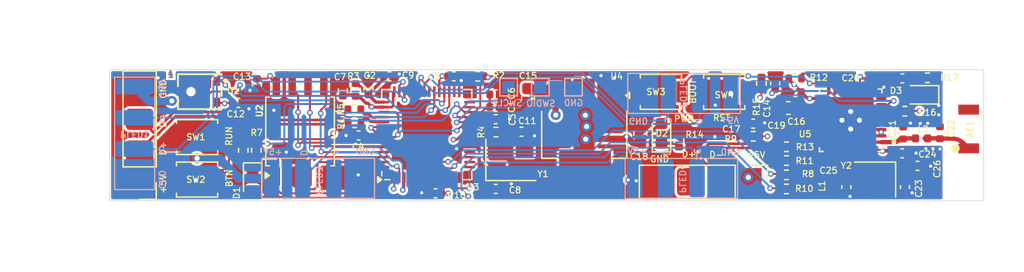
<source format=kicad_pcb>
(kicad_pcb (version 20240108) (generator "pcbnew") (generator_version "8.0")
  (layers (0 "F.Cu" signal) (1 "In1.Cu" signal) (2 "In2.Cu" signal) (31 "B.Cu" signal) (34 "B.Paste" user) (35 "F.Paste" user) (36 "B.SilkS" user "B.Silkscreen") (37 "F.SilkS" user "F.Silkscreen") (38 "B.Mask" user) (39 "F.Mask" user) (44 "Edge.Cuts" user))
  (net 0 "")
  (net 1 "GND")
  (net 2 "+3.3V")
  (net 3 "XIN")
  (net 4 "/esp32_wifi_section/XTAL_P")
  (net 5 "+5V")
  (net 6 "MIC_PDM_DATA")
  (net 7 "RPI_STATUS_LED")
  (net 8 "ESP_STATUS_LED")
  (net 9 "Net-(D2-K)")
  (net 10 "SWCLK")
  (net 11 "SWDIO")
  (net 12 "/esp32_wifi_section/XTAL_N")
  (net 13 "/esp32_wifi_section/IO2")
  (net 14 "/esp32_wifi_section/IO8")
  (net 15 "/esp32_wifi_section/IO9")
  (net 16 "MIC_PDM_CLK")
  (net 17 "XOUT")
  (net 18 "QSPI_SS")
  (net 19 "BUTTON")
  (net 20 "QSPI_SD0")
  (net 21 "QSPI_SD3")
  (net 22 "QSPI_SD1")
  (net 23 "QSPI_SD2")
  (net 24 "Net-(U3-VREG_VOUT)")
  (net 25 "QSPI_CLK")
  (net 26 "/UART1_RX")
  (net 27 "Net-(U3-ADC_AVDD)")
  (net 28 "Net-(C11-Pad1)")
  (net 29 "Net-(U5-CHIP_EN)")
  (net 30 "Net-(C25-Pad2)")
  (net 31 "Net-(D1-K)")
  (net 32 "Net-(U3-RUN)")
  (net 33 "Net-(U5-U0TXD)")
  (net 35 "/UART1_TX")
  (net 47 "/esp32_wifi_section/_USB_D+")
  (net 48 "/esp32_wifi_section/_USB_D-")
  (net 49 "/esp32_wifi_section/USB_D-")
  (net 50 "/esp32_wifi_section/USB_D+")
  (net 51 "Net-(AE1-A)")
  (net 52 "Net-(D3-K)")
  (net 65 "RPI_USB_P")
  (net 66 "RPI_USB_N")
  (net 67 "/_RPI_USB_P")
  (net 68 "/_RPI_USB_N")
  (net 69 "/esp32_wifi_section/LNA_IN")
  (net 70 "Net-(U5-U0RXD)")
  (net 71 "LED_1_C")
  (net 72 "LED_1_D")
  (net 73 "LED_2_C")
  (net 74 "LED_2_D")
  (net 75 "LED_4_C")
  (net 76 "LED_4_D")
  (net 77 "LED_3_D")
  (net 78 "LED_3_C")
  (footprint "Crystal:Crystal_SMD_2520-4Pin_2.5x2.0mm" (layer "F.Cu") (at 167.55 84.5 180)
    (property "Reference" "Y2")
    (property "Value" "40MHz, X252040MMB4SI")
  )
  (footprint "Button_Switch_SMD:SW_SPST_B3U-1000P" (layer "F.Cu") (at 113.25 81.1 180)
    (property "Reference" "SW1")
    (property "Value" "BTN")
  )
  (footprint "Package_SO:SOIC-8_5.275x5.275mm_P1.27mm" (layer "F.Cu") (at 121.5 80.65 90)
    (property "Reference" "U2")
    (property "Value" "W25Q128JVS")
  )
  (footprint "Resistor_SMD:R_0402_1005Metric" (layer "F.Cu") (at 125.865 79.95)
    (property "Reference" "R1")
    (property "Value" "22R")
  )
  (footprint "External_Library:USB_PROG_PAD" (layer "F.Cu") (at 157.62 84.68 -90)
    (property "Reference" "J2" (hide yes))
    (property "Value" "PROG")
  )
  (footprint "LED_SMD:LED_0603_1608Metric" (layer "F.Cu") (at 117.7 84.65 -90)
    (property "Reference" "D1")
    (property "Value" "LED, Yellow")
  )
  (footprint "Resistor_SMD:R_0402_1005Metric" (layer "F.Cu") (at 135.73 76.23 180)
    (property "Reference" "R2")
    (property "Value" "10K")
  )
  (footprint "LED_SMD:LED_0603_1608Metric" (layer "F.Cu") (at 150.45 80.8 90)
    (property "Reference" "D2")
    (property "Value" "LED, RED")
  )
  (footprint "Resistor_SMD:R_0402_1005Metric" (layer "F.Cu") (at 157.8 81.03 180)
    (property "Reference" "R9")
    (property "Value" "10K")
  )
  (footprint "Resistor_SMD:R_0402_1005Metric" (layer "F.Cu") (at 125.95 77.325 -90)
    (property "Reference" "R3")
    (property "Value" "200R")
  )
  (footprint "Capacitor_SMD:C_0402_1005Metric" (layer "F.Cu") (at 137.18 77.68)
    (property "Reference" "C6")
    (property "Value" "1u")
  )
  (footprint "External_Library:RHLGA-5L_L3.5-W2.7-P0.82-MP23ABS1TR" (layer "F.Cu") (at 113.5575 77.46 -90)
    (property "Reference" "U1")
    (property "Value" "SD18OB371-041")
  )
  (footprint "Capacitor_SMD:C_0603_1608Metric" (layer "F.Cu") (at 160.605 78.77 180)
    (property "Reference" "C19")
    (property "Value" "10uF")
  )
  (footprint "Capacitor_SMD:C_0402_1005Metric" (layer "F.Cu") (at 157.79 80.02)
    (property "Reference" "C17")
    (property "Value" "100n")
  )
  (footprint "Capacitor_SMD:C_0402_1005Metric" (layer "F.Cu") (at 165.25 85.1 90)
    (property "Reference" "C25")
    (property "Value" "10pF")
  )
  (footprint "Resistor_SMD:R_0402_1005Metric" (layer "F.Cu") (at 171.75 76.35)
    (property "Reference" "R17")
    (property "Value" "220R")
  )
  (footprint "Resistor_SMD:R_0402_1005Metric" (layer "F.Cu") (at 158.45 76.8 90)
    (property "Reference" "R15")
    (property "Value" "10K")
  )
  (footprint "Capacitor_SMD:C_0402_1005Metric" (layer "F.Cu") (at 169.8 80.77 90)
    (property "Reference" "C21")
    (property "Value" "1.5pF")
  )
  (footprint "Resistor_SMD:R_0402_1005Metric" (layer "F.Cu") (at 116.95 82.16 -90)
    (property "Reference" "R6" (hide yes))
    (property "Value" "220R")
  )
  (footprint "Capacitor_SMD:C_0402_1005Metric" (layer "F.Cu") (at 128.66 76.23)
    (property "Reference" "C9")
    (property "Value" "100n")
  )
  (footprint "Capacitor_SMD:C_0402_1005Metric" (layer "F.Cu") (at 169.73 82.4)
    (property "Reference" "C24")
    (property "Value" "100n")
  )
  (footprint "Capacitor_SMD:C_0402_1005Metric" (layer "F.Cu") (at 159.55 76.8 90)
    (property "Reference" "C14")
    (property "Value" "100n")
  )
  (footprint "Button_Switch_SMD:SW_SPST_B3U-1000P" (layer "F.Cu") (at 150.4 77.475)
    (property "Reference" "SW3")
    (property "Value" "BTN")
  )
  (footprint "Capacitor_SMD:C_0402_1005Metric" (layer "F.Cu") (at 137.17 78.68)
    (property "Reference" "C1")
    (property "Value" "100n")
  )
  (footprint "Capacitor_SMD:C_0402_1005Metric" (layer "F.Cu") (at 137.17 79.67)
    (property "Reference" "C3")
    (property "Value" "100n")
  )
  (footprint "Capacitor_SMD:C_0402_1005Metric" (layer "F.Cu") (at 169.95 85.1 90)
    (property "Reference" "C23")
    (property "Value" "10pF")
  )
  (footprint "External_Library:ESP32-C3FH4" (layer "F.Cu") (at 165.6 79.75 180)
    (property "Reference" "U5")
    (property "Value" "ESP32-C3FH4")
  )
  (footprint "Capacitor_SMD:C_0402_1005Metric" (layer "F.Cu") (at 137.18 85.25)
    (property "Reference" "C8")
    (property "Value" "15pF")
  )
  (footprint "Crystal:Crystal_SMD_3225-4Pin_3.2x2.5mm" (layer "F.Cu") (at 138.38 82.93)
    (property "Reference" "Y1")
    (property "Value" "12MHz, X322512MSB4SI")
  )
  (footprint "Resistor_SMD:R_0402_1005Metric" (layer "F.Cu") (at 160.45 84.125)
    (property "Reference" "R8")
    (property "Value" "0R")
  )
  (footprint "External_Library:USB_PROG_PAD" (layer "F.Cu") (at 108.65 84.755 180)
    (property "Reference" "J1" (hide yes))
    (property "Value" "PROG")
  )
  (footprint "Capacitor_SMD:C_0402_1005Metric" (layer "F.Cu") (at 126.19 80.97 180)
    (property "Reference" "C4")
    (property "Value" "100n")
  )
  (footprint "Resistor_SMD:R_0402_1005Metric" (layer "F.Cu") (at 160.45 85.25)
    (property "Reference" "R10")
    (property "Value" "470R")
  )
  (footprint "Resistor_SMD:R_0402_1005Metric" (layer "F.Cu") (at 160.46 82.975)
    (property "Reference" "R11")
    (property "Value" "22R")
  )
  (footprint "Capacitor_SMD:C_0603_1608Metric" (layer "F.Cu") (at 139.76 77.99 -90)
    (property "Reference" "C15")
    (property "Value" "10uF")
  )
  (footprint "Capacitor_SMD:C_0402_1005Metric" (layer "F.Cu") (at 124.925 77.325 90)
    (property "Reference" "C7")
    (property "Value" "1u")
  )
  (footprint "Capacitor_SMD:C_0402_1005Metric" (layer "F.Cu") (at 133.81 76.23)
    (property "Reference" "C5")
    (property "Value" "100n")
  )
  (footprint "Package_DFN_QFN:QFN-56-1EP_7x7mm_P0.4mm_EP3.2x3.2mm" (layer "F.Cu") (at 131.65 80.9 90)
    (property "Reference" "U3")
    (property "Value" "RP2040")
  )
  (footprint "Inductor_SMD:L_0402_1005Metric" (layer "F.Cu") (at 171.275 81.2)
    (property "Reference" "L2")
    (property "Value" "2.4nH")
  )
  (footprint "Capacitor_SMD:C_0402_1005Metric" (layer "F.Cu") (at 169.74 76.4)
    (property "Reference" "C20")
    (property "Value" "100n")
  )
  (footprint "LED_SMD:LED_0603_1608Metric" (layer "F.Cu") (at 171.175 77.71 180)
    (property "Reference" "D3")
    (property "Value" "LED, RED")
  )
  (footprint "Capacitor_SMD:C_0402_1005Metric" (layer "F.Cu") (at 161.17 77.5 180)
    (property "Reference" "C16")
    (property "Value" "100n")
  )
  (footprint "Resistor_SMD:R_0402_1005Metric" (layer "F.Cu") (at 125.85 78.875)
    (property "Reference" "R5")
    (property "Value" "22R")
  )
  (footprint "Resistor_SMD:R_0402_1005Metric" (layer "F.Cu") (at 161.15 76.4)
    (property "Reference" "R12")
    (property "Value" "10K")
  )
  (footprint "Resistor_SMD:R_0402_1005Metric" (layer "F.Cu") (at 169.94 79.025 180)
    (property "Reference" "R16")
    (property "Value" "10K")
  )
  (footprint "Resistor_SMD:R_0402_1005Metric" (layer "F.Cu") (at 137.19 80.7 180)
    (property "Reference" "R4")
    (property "Value" "1K")
  )
  (footprint "Resistor_SMD:R_0402_1005Metric" (layer "F.Cu") (at 160.45 81.875)
    (property "Reference" "R13")
    (property "Value" "22R")
  )
  (footprint "Capacitor_SMD:C_0402_1005Metric" (layer "F.Cu") (at 172.75 80.75 90)
    (property "Reference" "C22")
    (property "Value" "1.5pF")
  )
  (footprint "Resistor_SMD:R_0402_1005Metric" (layer "F.Cu") (at 151.85 81.39 -90)
    (property "Reference" "R14")
    (property "Value" "220R")
  )
  (footprint "Capacitor_SMD:C_0402_1005Metric" (layer "F.Cu") (at 126.975 77.225 90)
    (property "Reference" "C2")
    (property "Value" "2.2u")
  )
  (footprint "Resistor_SMD:R_0402_1005Metric" (layer "F.Cu") (at 118 82.15 -90)
    (property "Reference" "R7")
    (property "Value" "1K")
  )
  (footprint "Capacitor_SMD:C_0402_1005Metric" (layer "F.Cu") (at 132.35 85.6 180)
    (property "Reference" "C10")
    (property "Value" "100n")
  )
  (footprint "Capacitor_SMD:C_0603_1608Metric" (layer "F.Cu") (at 148.75 80.8 90)
    (property "Reference" "C18")
    (property "Value" "10uF")
  )
  (footprint "Capacitor_SMD:C_0402_1005Metric" (layer "F.Cu") (at 139.23 80.67)
    (property "Reference" "C11")
    (property "Value" "15pF")
  )
  (footprint "Capacitor_SMD:C_0402_1005Metric" (layer "F.Cu") (at 170.95 83.4)
    (property "Reference" "C26")
    (property "Value" "100n")
  )
  (footprint "Inductor_SMD:L_0402_1005Metric" (layer "F.Cu") (at 164.15 85.1 90)
    (property "Reference" "L1")
    (property "Value" "15nH")
  )
  (footprint "Package_TO_SOT_SMD:SOT-223-3_TabPin2" (layer "F.Cu") (at 144.26 80.89 -90)
    (property "Reference" "U4")
    (property "Value" "AMS1117-3.3")
  )
  (footprint "Capacitor_SMD:C_0402_1005Metric" (layer "F.Cu") (at 116.56 78.36)
    (property "Reference" "C12")
    (property "Value" "100n")
  )
  (footprint "Button_Switch_SMD:SW_SPST_B3U-1000P" (layer "F.Cu") (at 155.475 77.475 180)
    (property "Reference" "SW4")
    (property "Value" "BTN")
  )
  (footprint "External_Library:FILTER-SMD_1206-2P-L3.2-W1.6-L" (layer "F.Cu") (at 175.05 80.45 90)
    (property "Reference" "AE1")
    (property "Value" "RFANT3216120A5T")
  )
  (footprint "Capacitor_SMD:C_0402_1005Metric" (layer "F.Cu") (at 118.05 76.9 -90)
    (property "Reference" "C13")
    (property "Value" "100n")
  )
  (footprint "Button_Switch_SMD:SW_SPST_B3U-1000P" (layer "F.Cu") (at 113.25 84.5 180)
    (property "Reference" "SW2")
    (property "Value" "BTN")
  )
  (footprint "TestPoint:TestPoint_Pad_1.0x1.0mm" (layer "B.Cu") (at 140.74 77.1 180)
    (property "Reference" "J3" (hide yes))
    (property "Value" "PAD")
  )
  (footprint "External_Library:PIXEL-LED-PAD-4" (layer "B.Cu") (at 148.29 83.41 -90)
    (property "Reference" "J4" (hide yes))
    (property "Value" "PLED")
  )
  (footprint "External_Library:PIXEL-LED-PAD-4" (layer "B.Cu") (at 119.21 83.4 -90)
    (property "Reference" "J7" (hide yes))
    (property "Value" "PLED")
  )
  (footprint "TestPoint:TestPoint_Pad_1.0x1.0mm" (layer "B.Cu") (at 138.2 77.1 180)
    (property "Reference" "J8" (hide yes))
    (property "Value" "PAD")
  )
  (footprint "TestPoint:TestPoint_Pad_1.0x1.0mm" (layer "B.Cu") (at 143.4 77.1 180)
    (property "Reference" "J5" (hide yes))
    (property "Value" "PAD")
  )
  (footprint "External_Library:PIXEL-LED-PAD-4" (layer "B.Cu") (at 156 78.6 90)
    (property "Reference" "J6" (hide yes))
    (property "Value" "PLED")
  )
  (footprint "External_Library:PIXEL-LED-PAD-4" (layer "B.Cu") (at 109.25 77.05 180)
    (property "Reference" "J9" (hide yes))
    (property "Value" "PLED")
  )
  (gr_rect (start 106.25 75.7) (end 176.25 86.2) (stroke (width 0.05)) (fill none) (layer "Edge.Cuts"))
  (gr_text "1" (at 110.86 76.37 0) (layer "F.Cu") (effects (font (size 0.5 0.5) (thickness 0.09) (bold yes)) (justify left bottom)))
  (gr_text "4" (at 110.83 76.35 0) (layer "B.Cu") (effects (font (size 0.5 0.5) (thickness 0.09) (bold yes)) (justify left bottom)))
  (gr_text "D" (at 110.175 79.35 180) (layer "B.SilkS") (effects (font (size 0.5 0.5) (thickness 0.09) (bold yes)) (justify left bottom mirror)))
  (gr_text "D" (at 150.575 82.65 -90) (layer "B.SilkS") (effects (font (size 0.5 0.5) (thickness 0.09) (bold yes)) (justify left bottom mirror)))
  (gr_text "GND" (at 147.775 79.5 180) (layer "B.SilkS") (effects (font (size 0.5 0.5) (thickness 0.09) (bold yes)) (justify left bottom mirror)))
  (gr_text "C" (at 153 82.55 -90) (layer "B.SilkS") (effects (font (size 0.5 0.5) (thickness 0.09) (bold yes)) (justify left bottom mirror)))
  (gr_text "C" (at 151.3 79.425 90) (layer "B.SilkS") (effects (font (size 0.5 0.5) (thickness 0.09) (bold yes)) (justify left bottom mirror)))
  (gr_text "PLED2" (at 152.525 76.375 90) (layer "B.SilkS") (effects (font (size 0.5 0.5) (thickness 0.09) (bold yes)) (justify left bottom mirror)))
  (gr_text "GND" (at 144.222382 78.65 0) (layer "B.SilkS") (effects (font (size 0.5 0.5) (thickness 0.09) (bold yes)) (justify left bottom mirror)))
  (gr_text "+5V" (at 120.15 82.575 0) (layer "B.SilkS") (effects (font (size 0.5 0.5) (thickness 0.09) (bold yes)) (justify left bottom mirror)))
  (gr_text "D" (at 121.5 82.675 -90) (layer "B.SilkS") (effects (font (size 0.5 0.5) (thickness 0.09) (bold yes)) (justify left bottom mirror)))
  (gr_text "GND" (at 156.775 82.6 0) (layer "B.SilkS") (effects (font (size 0.5 0.5) (thickness 0.09) (bold yes)) (justify left bottom mirror)))
  (gr_text "+5V" (at 155.075 79.425 180) (layer "B.SilkS") (effects (font (size 0.5 0.5) (thickness 0.09) (bold yes)) (justify left bottom mirror)))
  (gr_text "+5V" (at 149.325 82.5 0) (layer "B.SilkS") (effects (font (size 0.5 0.5) (thickness 0.09) (bold yes)) (justify left bottom mirror)))
  (gr_text "PLED3" (at 122.725 85.825 270) (layer "B.SilkS") (effects (font (size 0.5 0.5) (thickness 0.09) (bold yes)) (justify left bottom mirror)))
  (gr_text "D" (at 153.75 79.525 90) (layer "B.SilkS") (effects (font (size 0.5 0.5) (thickness 0.09) (bold yes)) (justify left bottom mirror)))
  (gr_text "PLED4" (at 151.825 85.65 270) (layer "B.SilkS") (effects (font (size 0.5 0.5) (thickness 0.09) (bold yes)) (justify left bottom mirror)))
  (gr_text "SWCLK" (at 139.35 78.65 0) (layer "B.SilkS") (effects (font (size 0.5 0.5) (thickness 0.09) (bold yes)) (justify left bottom mirror)))
  (gr_text "SWDIO" (at 142 78.7 0) (layer "B.SilkS") (effects (font (size 0.5 0.5) (thickness 0.09) (bold yes)) (justify left bottom mirror)))
  (gr_text "C" (at 110.075 81.775 180) (layer "B.SilkS") (effects (font (size 0.5 0.5) (thickness 0.09) (bold yes)) (justify left bottom mirror)))
  (gr_text "GND" (at 127.55 82.55 0) (layer "B.SilkS") (effects (font (size 0.5 0.5) (thickness 0.09) (bold yes)) (justify left bottom mirror)))
  (gr_text "C" (at 123.95 82.625 -90) (layer "B.SilkS") (effects (font (size 0.5 0.5) (thickness 0.09) (bold yes)) (justify left bottom mirror)))
  (gr_text "PLED1" (at 107.025 80.575 180) (layer "B.SilkS") (effects (font (size 0.5 0.5) (thickness 0.09) (bold yes)) (justify left bottom mirror)))
  (gr_text "+5V" (at 110.125 78.025 -90) (layer "B.SilkS") (effects (font (size 0.5 0.5) (thickness 0.09) (bold yes)) (justify left bottom mirror)))
  (gr_text "GND" (at 110.15 85.325 -90) (layer "B.SilkS") (effects (font (size 0.5 0.5) (thickness 0.09) (bold yes)) (justify left bottom mirror)))
  (gr_text "D-" (at 154.225 82.8 0) (layer "F.SilkS") (effects (font (size 0.5 0.5) (thickness 0.09) (bold yes)) (justify left bottom)))
  (gr_text "BTN" (at 116.125 85.15 90) (layer "F.SilkS") (effects (font (size 0.5 0.5) (thickness 0.09) (bold yes)) (justify left bottom)))
  (gr_text "D+" (at 152.025 82.75 0) (layer "F.SilkS") (effects (font (size 0.5 0.5) (thickness 0.09) (bold yes)) (justify left bottom)))
  (gr_text "RST" (at 154.525 79.85 0) (layer "F.SilkS") (effects (font (size 0.5 0.5) (thickness 0.09) (bold yes)) (justify left bottom)))
  (gr_text "+5V" (at 157.17 82.82 0) (layer "F.SilkS") (effects (font (size 0.5 0.5) (thickness 0.09) (bold yes)) (justify left bottom)))
  (gr_text "GND" (at 110.825 78.075 90) (layer "F.SilkS") (effects (font (size 0.5 0.5) (thickness 0.09) (bold yes)) (justify left bottom)))
  (gr_text "D+" (at 110.825 82.625 90) (layer "F.SilkS") (effects (font (size 0.5 0.5) (thickness 0.09) (bold yes)) (justify left bottom)))
  (gr_text "BOOT" (at 153.25 78.475 90) (layer "F.SilkS") (effects (font (size 0.5 0.5) (thickness 0.09) (bold yes)) (justify left bottom)))
  (gr_text "GND" (at 149.47 83.15 0) (layer "F.SilkS") (effects (font (size 0.5 0.5) (thickness 0.09) (bold yes)) (justify left bottom)))
  (gr_text "+5V" (at 110.825 85.675 90) (layer "F.SilkS") (effects (font (size 0.5 0.5) (thickness 0.09) (bold yes)) (justify left bottom)))
  (gr_text "D-" (at 110.825 80.4 90) (layer "F.SilkS") (effects (font (size 0.5 0.5) (thickness 0.09) (bold yes)) (justify left bottom)))
  (gr_text "PWR" (at 151.4 79.925 0) (layer "F.SilkS") (effects (font (size 0.5 0.5) (thickness 0.09) (bold yes)) (justify left bottom)))
  (gr_text "RUN" (at 116.1 81.85 90) (layer "F.SilkS") (effects (font (size 0.5 0.5) (thickness 0.09) (bold yes)) (justify left bottom)))
  (segment (start 109.398266 77.08) (end 108.65 77.08) (width 0.3) (layer "F.Cu") (net 1))
  (segment (start 165.25 85.58) (end 165.282 85.58) (width 0.1524) (layer "F.Cu") (net 1))
  (segment (start 140.54 83.12) (end 140.54 81.26) (width 0.156464) (layer "F.Cu") (net 1))
  (segment (start 170.21 82.4) (end 170.82 82.4) (width 0.254) (layer "F.Cu") (net 1))
  (segment (start 139.48 83.78) (end 139.88 83.78) (width 0.156464) (layer "F.Cu") (net 1))
  (segment (start 123.555 84.2) (end 126.09 84.2) (width 0.254) (layer "F.Cu") (net 1))
  (segment (start 171.98 83.4) (end 172 83.42) (width 0.254) (layer "F.Cu") (net 1))
  (segment (start 139.95 80.67) (end 140.28 81) (width 0.156464) (layer "F.Cu") (net 1))
  (segment (start 140.54 81.26) (end 140.28 81) (width 0.156464) (layer "F.Cu") (net 1))
  (segment (start 169.95 85.58) (end 170.5 85.58) (width 0.1524) (layer "F.Cu") (net 1))
  (segment (start 117.404732 78.724732) (end 117.404732 78.833694) (width 0.156464) (layer "F.Cu") (net 1))
  (segment (start 129.272 76.23) (end 129.14 76.23) (width 0.2) (layer "F.Cu") (net 1))
  (segment (start 131.87 85.6) (end 131.28 85.6) (width 0.156464) (layer "F.Cu") (net 1))
  (segment (start 168.805 85.58) (end 168.425 85.2) (width 0.1524) (layer "F.Cu") (net 1))
  (segment (start 138.98 83.78) (end 137.28 82.08) (width 0.156464) (layer "F.Cu") (net 1))
  (segment (start 139.48 83.78) (end 138.98 83.78) (width 0.156464) (layer "F.Cu") (net 1))
  (segment (start 169.95 85.58) (end 168.805 85.58) (width 0.1524) (layer "F.Cu") (net 1))
  (segment (start 118.2 77.38) (end 117.523254 77.38) (width 0.156464) (layer "F.Cu") (net 1))
  (segment (start 135.0875 81.9) (end 134.17 81.9) (width 0.1524) (layer "F.Cu") (net 1))
  (segment (start 158.64 80.02) (end 158.71 79.95) (width 0.127) (layer "F.Cu") (net 1))
  (segment (start 167.025 83.8) (end 168.425 85.2) (width 0.1524) (layer "F.Cu") (net 1))
  (segment (start 159.83 78.36) (end 160.69 77.5) (width 0.254) (layer "F.Cu") (net 1))
  (segment (start 126.95 76.72) (end 126.95 76.22) (width 0.254) (layer "F.Cu") (net 1))
  (segment (start 126.09 84.2) (end 126.16 84.13) (width 0.1524) (layer "F.Cu") (net 1))
  (segment (start 134.29 76.45) (end 134.41 76.57) (width 0.156464) (layer "F.Cu") (net 1))
  (segment (start 165.25 85.58) (end 165.66 85.99) (width 0.1524) (layer "F.Cu") (net 1))
  (segment (start 129.45 76.052) (end 129.272 76.23) (width 0.2) (layer "F.Cu") (net 1))
  (segment (start 134.17 81.9) (end 134.04 82.03) (width 0.1524) (layer "F.Cu") (net 1))
  (segment (start 171.43 83.4) (end 171.98 83.4) (width 0.254) (layer "F.Cu") (net 1))
  (segment (start 117.04 78.36) (end 117.404732 78.724732) (width 0.156464) (layer "F.Cu") (net 1))
  (segment (start 126.95 76.22) (end 126.99 76.18) (width 0.254) (layer "F.Cu") (net 1))
  (segment (start 137.66 85.2) (end 138.06 85.2) (width 0.156464) (layer "F.Cu") (net 1))
  (segment (start 158.27 80.02) (end 158.64 80.02) (width 0.127) (layer "F.Cu") (net 1))
  (segment (start 159.83 78.77) (end 159.83 78.36) (width 0.254) (layer "F.Cu") (net 1))
  (segment (start 138.06 85.2) (end 138.42 84.84) (width 0.156464) (layer "F.Cu") (net 1))
  (segment (start 125.71 80.97) (end 125.18 80.97) (width 0.156464) (layer "F.Cu") (net 1))
  (segment (start 110.12332 76.354946) (end 109.398266 77.08) (width 0.3) (layer "F.Cu") (net 1))
  (segment (start 165.66 85.99) (end 167.635 85.99) (width 0.1524) (layer "F.Cu") (net 1))
  (segment (start 166.675 83.8) (end 167.025 83.8) (width 0.1524) (layer "F.Cu") (net 1))
  (segment (start 139.71 80.67) (end 139.95 80.67) (width 0.156464) (layer "F.Cu") (net 1))
  (segment (start 138.42 84.84) (end 139.48 83.78) (width 0.156464) (layer "F.Cu") (net 1))
  (segment (start 170.82 82.4) (end 170.84 82.38) (width 0.254) (layer "F.Cu") (net 1))
  (segment (start 134.29 76.23) (end 134.29 76.45) (width 0.156464) (layer "F.Cu") (net 1))
  (segment (start 137.68 79.65) (end 138.28 79.65) (width 0.2) (layer "F.Cu") (net 1))
  (segment (start 165.282 85.58) (end 165.55 85.848) (width 0.1524) (layer "F.Cu") (net 1))
  (segment (start 170.5 85.58) (end 170.52 85.56) (width 0.1524) (layer "F.Cu") (net 1))
  (segment (start 139.88 83.78) (end 140.54 83.12) (width 0.156464) (layer "F.Cu") (net 1))
  (segment (start 117.523254 77.38) (end 117.493254 77.35) (width 0.156464) (layer "F.Cu") (net 1))
  (segment (start 167.635 85.99) (end 168.425 85.2) (width 0.1524) (layer "F.Cu") (net 1))
  (segment (start 131.28 85.6) (end 131.24 85.56) (width 0.156464) (layer "F.Cu") (net 1))
  (via (at 138.28 79.65) (size 0.45) (drill 0.254) (layers "F.Cu" "B.Cu") (net 1))
  (via (at 158.71 79.95) (size 0.45) (drill 0.254) (layers "F.Cu" "B.Cu") (net 1))
  (via (at 120.4 82.3) (size 0.45) (drill 0.254) (layers "F.Cu" "B.Cu") (net 1))
  (via (at 154.72 81.07) (size 0.45) (drill 0.254) (layers "F.Cu" "B.Cu") (net 1))
  (via (at 145.6 76.175) (size 0.45) (drill 0.254) (layers "F.Cu" "B.Cu") (net 1))
  (via (at 131.24 85.56) (size 0.45) (drill 0.254) (layers "F.Cu" "B.Cu") (net 1))
  (via (at 134.04 82.03) (size 0.45) (drill 0.254) (layers "F.Cu" "B.Cu") (net 1))
  (via (at 172.65 79.31) (size 0.45) (drill 0.254) (layers "F.Cu" "B.Cu") (net 1))
  (via (at 172.19 82.03) (size 0.45) (drill 0.254) (layers "F.Cu" "B.Cu") (net 1))
  (via (at 171.62 82.03) (size 0.45) (drill 0.254) (layers "F.Cu" "B.Cu") (net 1))
  (via (at 170.52 85.56) (size 0.45) (drill 0.254) (layers "F.Cu" "B.Cu") (net 1))
  (via (at 110.12332 76.354946) (size 0.45) (drill 0.254) (layers "F.Cu" "B.Cu") (net 1))
  (via (at 113.15 84.55) (size 0.45) (drill 0.254) (layers "F.Cu" "B.Cu") (net 1))
  (via (at 171.77 79.99) (size 0.45) (drill 0.254) (layers "F.Cu" "B.Cu") (net 1))
  (via (at 171.17 80.01) (size 0.45) (drill 0.254) (layers "F.Cu" "B.Cu") (net 1))
  (via (at 138.42 84.84) (size 0.45) (drill 0.254) (layers "F.Cu" "B.Cu") (net 1))
  (via (at 170.39 79.98) (size 0.45) (drill 0.254) (layers "F.Cu" "B.Cu") (net 1))
  (via (at 125.18 80.97) (size 0.45) (drill 0.254) (layers "F.Cu" "B.Cu") (net 1))
  (via (at 140.28 81) (size 0.45) (drill 0.254) (layers "F.Cu" "B.Cu") (net 1))
  (via (at 117.404732 78.833694) (size 0.45) (drill 0.254) (layers "F.Cu" "B.Cu") (net 1))
  (via (at 154.76 78.54) (size 0.45) (drill 0.254) (layers "F.Cu" "B.Cu") (net 1))
  (via (at 172.75 82.05) (size 0.45) (drill 0.254) (layers "F.Cu" "B.Cu") (net 1))
  (via (at 168.25 77.1) (size 0.45) (drill 0.254) (layers "F.Cu" "B.Cu") (net 1))
  (via (at 126.99 76.18) (size 0.45) (drill 0.254) (layers "F.Cu" "B.Cu") (net 1))
  (via (at 126.16 84.13) (size 0.45) (drill 0.254) (layers "F.Cu" "B.Cu") (net 1))
  (via (at 146.7 76.325) (size 0.45) (drill 0.254) (layers "F.Cu" "B.Cu") (net 1))
  (via (at 172.65 78.56) (size 0.45) (drill 0.254) (layers "F.Cu" "B.Cu") (net 1))
  (via (at 165.55 85.848) (size 0.45) (drill 0.254) (layers "F.Cu" "B.Cu") (net 1))
  (via (at 119.4 78.95) (size 0.45) (drill 0.254) (layers "F.Cu" "B.Cu") (net 1))
  (via (at 170.84 82.38) (size 0.45) (drill 0.254) (layers "F.Cu" "B.Cu") (net 1))
  (via (at 129.45 76.052) (size 0.45) (drill 0.254) (layers "F.Cu" "B.Cu") (net 1))
  (via (at 172 83.42) (size 0.45) (drill 0.254) (layers "F.Cu" "B.Cu") (net 1))
  (via (at 117.493254 77.35) (size 0.45) (drill 0.254) (layers "F.Cu" "B.Cu") (net 1))
  (via (at 134.41 76.57) (size 0.45) (drill 0.254) (layers "F.Cu" "B.Cu") (net 1))
  (segment (start 148.55 77.45) (end 148.55 77.302524) (width 0.7) (layer "B.Cu") (net 1))
  (segment (start 127.233984 80.3) (end 127.186992 80.346992) (width 0.156464) (layer "F.Cu") (net 2))
  (segment (start 161.05 76.9) (end 161.08 76.9) (width 0.254) (layer "F.Cu") (net 2))
  (segment (start 150.45 80.0125) (end 150.3125 80.0125) (width 0.254) (layer "F.Cu") (net 2))
  (segment (start 132.65 76.45) (end 132.65 77.4625) (width 0.2) (layer "F.Cu") (net 2))
  (segment (start 136.639432 76.23) (end 136.554016 76.315416) (width 0.156464) (layer "F.Cu") (net 2))
  (segment (start 126.776 78.376) (end 126.11 77.71) (width 0.254) (layer "F.Cu") (net 2))
  (segment (start 132.91 76.23) (end 132.89 76.21) (width 0.2) (layer "F.Cu") (net 2))
  (segment (start 118.863399 76.42) (end 119.092049 76.19135) (width 0.156464) (layer "F.Cu") (net 2))
  (segment (start 128.2125 78.7) (end 127.25 78.7) (width 0.254) (layer "F.Cu") (net 2))
  (segment (start 144.375007 81.266134) (end 144.375007 81.266132) (width 0.254) (layer "F.Cu") (net 2))
  (segment (start 129.05 84.3375) (end 129.05 85.19) (width 0.156464) (layer "F.Cu") (net 2))
  (segment (start 119.092049 76.347049) (end 119.092049 76.19135) (width 0.156464) (layer "F.Cu") (net 2))
  (segment (start 168.05 80.7) (end 168.05 80.500014) (width 0.3) (layer "F.Cu") (net 2))
  (segment (start 160.64 76.4) (end 160.64 76.49) (width 0.254) (layer "F.Cu") (net 2))
  (segment (start 115.49 78.36) (end 115.45 78.4) (width 0.156464) (layer "F.Cu") (net 2))
  (segment (start 126.11 77.71) (end 125.95 77.71) (width 0.254) (layer "F.Cu") (net 2))
  (segment (start 144.375007 81.266132) (end 144.408439 81.2327) (width 0.5) (layer "F.Cu") (net 2))
  (segment (start 126.926 78.376) (end 126.776 78.376) (width 0.254) (layer "F.Cu") (net 2))
  (segment (start 136.24 76.23) (end 136.91 76.23) (width 0.156464) (layer "F.Cu") (net 2))
  (segment (start 135.67 80.7) (end 135.0875 80.7) (width 0.2) (layer "F.Cu") (net 2))
  (segment (start 132.89 76.21) (end 132.65 76.45) (width 0.2) (layer "F.Cu") (net 2))
  (segment (start 166.35 76.29) (end 166.37 76.27) (width 0.1524) (layer "F.Cu") (net 2))
  (segment (start 162.31 78) (end 162.15 78) (width 0.254) (layer "F.Cu") (net 2))
  (segment (start 127.23 78.68) (end 126.926 78.376) (width 0.254) (layer "F.Cu") (net 2))
  (segment (start 128.95 77.5625) (end 128.95 78.59) (width 0.2) (layer "F.Cu") (net 2))
  (segment (start 136.72 79.65) (end 135.67 80.7) (width 0.2) (layer "F.Cu") (net 2))
  (segment (start 115.41 78.36) (end 114.8975 78.36) (width 0.156464) (layer "F.Cu") (net 2))
  (segment (start 132.65 85.42) (end 132.83 85.6) (width 0.156464) (layer "F.Cu") (net 2))
  (segment (start 147.476962 81.2327) (end 147.642862 81.0668) (width 0.5) (layer "F.Cu") (net 2))
  (segment (start 124.98 77.71) (end 124.95 77.68) (width 0.254) (layer "F.Cu") (net 2))
  (segment (start 168.05 81) (end 168.05 80.7) (width 0.3) (layer "F.Cu") (net 2))
  (segment (start 167.35 82.2) (end 166.85 82.2) (width 0.3) (layer "F.Cu") (net 2))
  (segment (start 136.89 76.23) (end 136.639432 76.23) (width 0.156464) (layer "F.Cu") (net 2))
  (segment (start 118.2 76.42) (end 118.863399 76.42) (width 0.156464) (layer "F.Cu") (net 2))
  (segment (start 128.95 78.59) (end 128.84 78.7) (width 0.2) (layer "F.Cu") (net 2))
  (segment (start 135.0875 80.7) (end 134.64 80.7) (width 0.2) (layer "F.Cu") (net 2))
  (segment (start 161.08 76.9) (end 161.08 76.93) (width 0.254) (layer "F.Cu") (net 2))
  (segment (start 127.21 78.7) (end 127.09 78.7) (width 0.254) (layer "F.Cu") (net 2))
  (segment (start 162.32 78.01) (end 162.31 78) (width 0.254) (layer "F.Cu") (net 2))
  (segment (start 158.31 81.03) (end 158.92 81.03) (width 0.127) (layer "F.Cu") (net 2))
  (segment (start 134.64 80.7) (end 134.04 81.3) (width 0.2) (layer "F.Cu") (net 2))
  (segment (start 132.83 85.6) (end 133.35 85.6) (width 0.156464) (layer "F.Cu") (net 2))
  (segment (start 168.17 82.22) (end 168.19 82.2) (width 0.3) (layer "F.Cu") (net 2))
  (segment (start 170.25 83.4) (end 170.47 83.4) (width 0.3) (layer "F.Cu") (net 2))
  (segment (start 115.45 78.4) (end 115.41 78.36) (width 0.156464) (layer "F.Cu") (net 2))
  (segment (start 162.33 78) (end 162.32 78.01) (width 0.254) (layer "F.Cu") (net 2))
  (segment (start 166.35 77.3) (end 166.35 76.29) (width 0.1524) (layer "F.Cu") (net 2))
  (segment (start 168.15 82.2) (end 168.17 82.22) (width 0.3) (layer "F.Cu") (net 2))
  (segment (start 144.408439 81.2327) (end 147.476962 81.2327) (width 0.5) (layer "F.Cu") (net 2))
  (segment (start 169.26 76.4) (end 166.5 76.4) (width 0.2) (layer "F.Cu") (net 2))
  (segment (start 169.05 82.2) (end 169.25 82.4) (width 0.3) (layer "F.Cu") (net 2))
  (segment (start 166.5 76.4) (end 166.37 76.27) (width 0.2) (layer "F.Cu") (net 2))
  (segment (start 168.05 80.5) (end 168.050014 80.5) (width 0.3) (layer "F.Cu") (net 2))
  (segment (start 127.54 80.7) (end 127.186992 80.346992) (width 0.156464) (layer "F.Cu") (net 2))
  (segment (start 161.08 76.93) (end 161.65 77.5) (width 0.254) (layer "F.Cu") (net 2))
  (segment (start 167.35 82.2) (end 168.15 82.2) (width 0.3) (layer "F.Cu") (net 2))
  (segment (start 168.050014 80.5) (end 168.050014 80.699994) (width 0.3) (layer "F.Cu") (net 2))
  (segment (start 158.45 77.31) (end 158.45 77.84) (width 0.156464) (layer "F.Cu") (net 2))
  (segment (start 148.75 81.575) (end 148.151062 81.575) (width 0.5) (layer "F.Cu") (net 2))
  (segment (start 128.84 78.7) (end 128.2125 78.7) (width 0.2) (layer "F.Cu") (net 2))
  (segment (start 161.38 77.77) (end 161.65 77.5) (width 0.254) (layer "F.Cu") (net 2))
  (segment (start 128.2125 80.3) (end 127.233984 80.3) (width 0.156464) (layer "F.Cu") (net 2))
  (segment (start 132.65 84.3375) (end 132.65 85.42) (width 0.156464) (layer "F.Cu") (net 2))
  (segment (start 160.64 76.49) (end 161.05 76.9) (width 0.254) (layer "F.Cu") (net 2))
  (segment (start 127.25 78.7) (end 127.23 78.68) (width 0.254) (layer "F.Cu") (net 2))
  (segment (start 128.2125 80.7) (end 127.54 80.7) (width 0.156464) (layer "F.Cu") (net 2))
  (segment (start 168.19 82.2) (end 169.05 82.2) (width 0.3) (layer "F.Cu") (net 2))
  (segment (start 150.3125 80.0125) (end 148.75 81.575) (width 0.254) (layer "F.Cu") (net 2))
  (segment (start 133.33 76.23) (end 132.91 76.23) (width 0.2) (layer "F.Cu") (net 2))
  (segment (start 170.56 79) (end 171.11 79) (width 0.1524) (layer "F.Cu") (net 2))
  (segment (start 163.15 78) (end 162.33 78) (width 0.254) (layer "F.Cu") (net 2))
  (segment (start 161.38 78.77) (end 161.38 77.77) (width 0.254) (layer "F.Cu") (net 2))
  (segment (start 125.95 77.71) (end 124.98 77.71) (width 0.254) (layer "F.Cu") (net 2))
  (segment (start 148.151062 81.575) (end 147.642862 81.0668) (width 0.5) (layer "F.Cu") (net 2))
  (segment (start 119.745 77) (end 119.092049 76.347049) (width 0.156464) (layer "F.Cu") (net 2))
  (segment (start 116.08 78.36) (end 115.49 78.36) (width 0.156464) (layer "F.Cu") (net 2))
  (segment (start 127.23 78.68) (end 127.21 78.7) (width 0.254) (layer "F.Cu") (net 2))
  (segment (start 158.45 77.84) (end 158.35 77.94) (width 0.156464) (layer "F.Cu") (net 2))
  (segment (start 129.05 77.4625) (end 128.95 77.5625) (width 0.2) (layer "F.Cu") (net 2))
  (segment (start 168.050014 80.699994) (end 168.05 80.700008) (width 0.3) (layer "F.Cu") (net 2))
  (segment (start 114.8975 78.36) (end 114.8375 78.3) (width 0.156464) (layer "F.Cu") (net 2))
  (segment (start 168.05 80.500014) (end 168.050014 80.5) (width 0.3) (layer "F.Cu") (net 2))
  (segment (start 129.05 85.19) (end 129 85.24) (width 0.156464) (layer "F.Cu") (net 2))
  (segment (start 158.92 81.03) (end 158.93 81.04) (width 0.127) (layer "F.Cu") (net 2))
  (segment (start 162.15 78) (end 161.65 77.5) (width 0.254) (layer "F.Cu") (net 2))
  (segment (start 134.04 81.3) (end 133.78 81.3) (width 0.2) (layer "F.Cu") (net 2))
  (segment (start 169.25 82.4) (end 170.25 83.4) (width 0.3) (layer "F.Cu") (net 2))
  (via (at 133.35 85.6) (size 0.45) (drill 0.254) (layers "F.Cu" "B.Cu") (net 2))
  (via (at 166.37 76.27) (size 0.45) (drill 0.254) (layers "F.Cu" "B.Cu") (net 2))
  (via (at 162.32 78.01) (size 0.45) (drill 0.254) (layers "F.Cu" "B.Cu") (net 2))
  (via (at 168.05 80.700008) (size 0.45) (drill 0.254) (layers "F.Cu" "B.Cu") (net 2))
  (via (at 136.554016 76.315416) (size 0.45) (drill 0.254) (layers "F.Cu" "B.Cu") (net 2))
  (via (at 115.45 78.4) (size 0.45) (drill 0.254) (layers "F.Cu" "B.Cu") (net 2))
  (via (at 171.11 79) (size 0.45) (drill 0.254) (layers "F.Cu" "B.Cu") (net 2))
  (via (at 129 85.24) (size 0.45) (drill 0.254) (layers "F.Cu" "B.Cu") (net 2))
  (via (at 168.17 82.22) (size 0.45) (drill 0.254) (layers "F.Cu" "B.Cu") (net 2))
  (via (at 158.93 81.04) (size 0.45) (drill 0.254) (layers "F.Cu" "B.Cu") (net 2))
  (via (at 133.78 81.3) (size 0.45) (drill 0.254) (layers "F.Cu" "B.Cu") (net 2))
  (via (at 144.35 79.35) (size 0.8) (drill 0.4) (layers "F.Cu" "B.Cu") (net 2))
  (via (at 132.89 76.21) (size 0.45) (drill 0.254) (layers "F.Cu" "B.Cu") (net 2))
  (via (at 158.35 77.94) (size 0.45) (drill 0.254) (layers "F.Cu" "B.Cu") (net 2))
  (via (at 119.092049 76.19135) (size 0.45) (drill 0.254) (layers "F.Cu" "B.Cu") (net 2))
  (via (at 144.45 80.25) (size 0.8) (drill 0.4) (layers "F.Cu" "B.Cu") (net 2))
  (via (at 144.375007 81.266134) (size 0.8) (drill 0.4) (layers "F.Cu" "B.Cu") (net 2))
  (via (at 127.186992 80.346992) (size 0.45) (drill 0.254) (layers "F.Cu" "B.Cu") (net 2))
  (via (at 127.23 78.68) (size 0.45) (drill 0.254) (layers "F.Cu" "B.Cu") (net 2))
  (via (at 147.642862 81.0668) (size 0.45) (drill 0.254) (layers "F.Cu" "B.Cu") (net 2))
  (via (at 161.08 76.9) (size 0.45) (drill 0.254) (layers "F.Cu" "B.Cu") (net 2))
  (segment (start 135.95 81.5) (end 135.0875 81.5) (width 0.1524) (layer "F.Cu") (net 3))
  (segment (start 136.25 82.9) (end 136.25 81.8) (width 0.1524) (layer "F.Cu") (net 3))
  (segment (start 136.7 84.36) (end 137.28 83.78) (width 0.1524) (layer "F.Cu") (net 3))
  (segment (start 137.28 83.78) (end 137.03 83.78) (width 0.1524) (layer "F.Cu") (net 3))
  (segment (start 136.25 81.8) (end 135.95 81.5) (width 0.1524) (layer "F.Cu") (net 3))
  (segment (start 137.28 83.78) (end 137.13 83.78) (width 0.1524) (layer "F.Cu") (net 3))
  (segment (start 136.7 85.2) (end 136.7 84.36) (width 0.1524) (layer "F.Cu") (net 3))
  (segment (start 137.13 83.78) (end 136.25 82.9) (width 0.1524) (layer "F.Cu") (net 3))
  (segment (start 166.35 82.69) (end 166.56 82.9) (width 0.1524) (layer "F.Cu") (net 4))
  (segment (start 167.525 82.9) (end 168.425 83.8) (width 0.1524) (layer "F.Cu") (net 4))
  (segment (start 169.245 84.62) (end 169.95 84.62) (width 0.1524) (layer "F.Cu") (net 4))
  (segment (start 166.56 82.9) (end 167.525 82.9) (width 0.1524) (layer "F.Cu") (net 4))
  (segment (start 168.425 83.8) (end 169.245 84.62) (width 0.1524) (layer "F.Cu") (net 4))
  (segment (start 166.35 82.2) (end 166.35 82.69) (width 0.1524) (layer "F.Cu") (net 4))
  (segment (start 110.8 82.8) (end 113.249964 82.8) (width 0.7) (layer "F.Cu") (net 5))
  (segment (start 141.96 77.74) (end 140.285 77.74) (width 0.5) (layer "F.Cu") (net 5))
  (segment (start 108.9 84.7) (end 110.8 82.8) (width 0.7) (layer "F.Cu") (net 5))
  (segment (start 141.96 77.74) (end 141.96 79.321665) (width 0.5) (layer "F.Cu") (net 5))
  (segment (start 140.285 77.74) (end 139.76 77.215) (width 0.5) (layer "F.Cu") (net 5))
  (segment (start 108.65 84.7) (end 108.9 84.7) (width 0.7) (layer "F.Cu") (net 5))
  (segment (start 141.96 79.321665) (end 141.975742 79.337407) (width 0.5) (layer "F.Cu") (net 5))
  (via (at 113.249964 82.8) (size 0.8) (drill 0.4) (layers "F.Cu" "B.Cu") (net 5))
  (via (at 147.775 84.524996) (size 0.45) (drill 0.254) (layers "F.Cu" "B.Cu") (net 5))
  (via (at 141.975742 79.337407) (size 0.8) (drill 0.4) (layers "F.Cu" "B.Cu") (net 5))
  (via (at 157.4 84.325) (size 0.8) (drill 0.4) (layers "F.Cu" "B.Cu") (net 5))
  (via (at 156 77.6) (size 0.8) (drill 0.4) (layers "F.Cu" "B.Cu") (net 5))
  (via (at 111.225 78.2) (size 0.8) (drill 0.4) (layers "F.Cu" "B.Cu") (net 5))
  (via (at 148.425 84.6) (size 0.45) (drill 0.254) (layers "F.Cu" "B.Cu") (net 5))
  (segment (start 115 82.8) (end 116.6 84.4) (width 0.7) (layer "B.Cu") (net 5))
  (segment (start 113.249964 82.8) (end 115 82.8) (width 0.7) (layer "B.Cu") (net 5))
  (segment (start 108.25 77.05) (end 109.4 78.2) (width 0.7) (layer "B.Cu") (net 5))
  (segment (start 119.21 84.4) (end 116.6 84.4) (width 0.7) (layer "B.Cu") (net 5))
  (segment (start 109.4 78.2) (end 111.225 78.2) (width 0.7) (layer "B.Cu") (net 5))
  (segment (start 115.200495 76.62) (end 115.508609 76.928114) (width 0.1524) (layer "F.Cu") (net 6))
  (segment (start 133.45 78.629856) (end 133.132462 78.947394) (width 0.1524) (layer "F.Cu") (net 6))
  (segment (start 114.8375 76.62) (end 115.200495 76.62) (width 0.1524) (layer "F.Cu") (net 6))
  (segment (start 133.45 77.4625) (end 133.45 78.629856) (width 0.1524) (layer "F.Cu") (net 6))
  (via (at 133.132462 78.947394) (size 0.45) (drill 0.254) (layers "F.Cu" "B.Cu") (net 6))
  (via (at 115.508609 76.928114) (size 0.45) (drill 0.254) (layers "F.Cu" "B.Cu") (net 6))
  (segment (start 124.243988 78.155984) (end 125.238004 79.15) (width 0.1524) (layer "B.Cu") (net 6))
  (segment (start 116.736479 78.155984) (end 124.243988 78.155984) (width 0.1524) (layer "B.Cu") (net 6))
  (segment (start 115.508609 76.928114) (end 116.736479 78.155984) (width 0.1524) (layer "B.Cu") (net 6))
  (segment (start 131.55 78.45) (end 132.2 78.45) (width 0.1524) (layer "B.Cu") (net 6))
  (segment (start 125.238004 79.15) (end 130.85 79.15) (width 0.1524) (layer "B.Cu") (net 6))
  (segment (start 130.85 79.15) (end 131.55 78.45) (width 0.1524) (layer "B.Cu") (net 6))
  (segment (start 132.2 78.45) (end 132.697394 78.947394) (width 0.1524) (layer "B.Cu") (net 6))
  (segment (start 132.697394 78.947394) (end 133.132462 78.947394) (width 0.1524) (layer "B.Cu") (net 6))
  (segment (start 120.59 85.888696) (end 118.381196 85.888696) (width 0.156464) (layer "F.Cu") (net 7))
  (segment (start 130.25 85.56844) (end 130.25 84.3375) (width 0.156464) (layer "F.Cu") (net 7))
  (segment (start 129.898208 85.920232) (end 130.25 85.56844) (width 0.156464) (layer "F.Cu") (net 7))
  (segment (start 126.66 85.96) (end 126.699768 85.920232) (width 0.156464) (layer "F.Cu") (net 7))
  (segment (start 120.59 85.888696) (end 120.661304 85.96) (width 0.156464) (layer "F.Cu") (net 7))
  (segment (start 120.661304 85.96) (end 126.66 85.96) (width 0.156464) (layer "F.Cu") (net 7))
  (segment (start 118.381196 85.888696) (end 118.3525 85.86) (width 0.156464) (layer "F.Cu") (net 7))
  (segment (start 117.88 85.4375) (end 118.3025 85.86) (width 0.156464) (layer "F.Cu") (net 7))
  (segment (start 126.699768 85.920232) (end 129.898208 85.920232) (width 0.156464) (layer "F.Cu") (net 7))
  (segment (start 168.05 78) (end 168.34 77.71) (width 0.1524) (layer "F.Cu") (net 8))
  (segment (start 168.34 77.71) (end 170.2725 77.71) (width 0.1524) (layer "F.Cu") (net 8))
  (segment (start 170.2725 77.71) (end 170.2625 77.7) (width 0.1524) (layer "F.Cu") (net 8))
  (segment (start 150.45 81.5875) (end 151.5375 81.5875) (width 0.254) (layer "F.Cu") (net 9))
  (segment (start 151.5375 81.5875) (end 151.85 81.9) (width 0.254) (layer "F.Cu") (net 9))
  (segment (start 134.069023 79.9) (end 134.038827 79.930196) (width 0.156464) (layer "F.Cu") (net 10))
  (segment (start 135.0875 79.9) (end 134.069023 79.9) (width 0.156464) (layer "F.Cu") (net 10))
  (via (at 134.038827 79.930196) (size 0.45) (drill 0.254) (layers "F.Cu" "B.Cu") (net 10))
  (segment (start 140.74 77.1) (end 139.1 78.74) (width 0.156464) (layer "B.Cu") (net 10))
  (segment (start 139.1 78.74) (end 135.229024 78.74) (width 0.156464) (layer "B.Cu") (net 10))
  (segment (start 135.229024 78.74) (end 134.264512 79.704512) (width 0.156464) (layer "B.Cu") (net 10))
  (segment (start 134.264512 79.704512) (end 134.038827 79.930196) (width 0.156464) (layer "B.Cu") (net 10))
  (segment (start 134.048084 79.5) (end 133.914296 79.366212) (width 0.156464) (layer "F.Cu") (net 11))
  (segment (start 135.0875 79.5) (end 134.048084 79.5) (width 0.156464) (layer "F.Cu") (net 11))
  (via (at 133.914296 79.366212) (size 0.45) (drill 0.254) (layers "F.Cu" "B.Cu") (net 11))
  (segment (start 137.82 78.23) (end 135.050508 78.23) (width 0.156464) (layer "B.Cu") (net 11))
  (segment (start 138.2 77.1) (end 138.2 77.85) (width 0.156464) (layer "B.Cu") (net 11))
  (segment (start 138.2 77.85) (end 137.82 78.23) (width 0.156464) (layer "B.Cu") (net 11))
  (segment (start 135.050508 78.23) (end 133.914296 79.366212) (width 0.156464) (layer "B.Cu") (net 11))
  (segment (start 165.85 83.58) (end 165.85 82.2) (width 0.1524) (layer "F.Cu") (net 12))
  (segment (start 164.9 83.98) (end 165.45 83.98) (width 0.1524) (layer "F.Cu") (net 12))
  (segment (start 165.45 83.98) (end 165.85 83.58) (width 0.1524) (layer "F.Cu") (net 12))
  (segment (start 164.15 84.615) (end 164.265 84.615) (width 0.1524) (layer "F.Cu") (net 12))
  (segment (start 164.265 84.615) (end 164.9 83.98) (width 0.1524) (layer "F.Cu") (net 12))
  (segment (start 168.05 79) (end 169.54 79) (width 0.1524) (layer "F.Cu") (net 13))
  (segment (start 164.85 77.3) (end 164.85 76.26) (width 0.1524) (layer "F.Cu") (net 14))
  (segment (start 164.6 76.01) (end 161.730001 76.01) (width 0.1524) (layer "F.Cu") (net 14))
  (segment (start 164.85 76.26) (end 164.6 76.01) (width 0.1524) (layer "F.Cu") (net 14))
  (segment (start 161.66 76.080001) (end 161.66 76.4) (width 0.1524) (layer "F.Cu") (net 14))
  (segment (start 161.730001 76.01) (end 161.66 76.080001) (width 0.1524) (layer "F.Cu") (net 14))
  (segment (start 162.27 76.81) (end 163.02 76.81) (width 0.1524) (layer "F.Cu") (net 15))
  (segment (start 152.86 76.22) (end 157.38 76.22) (width 0.1524) (layer "F.Cu") (net 15))
  (segment (start 164.35 76.61) (end 164.35 77.3) (width 0.1524) (layer "F.Cu") (net 15))
  (segment (start 157.31 80.02) (end 153.05 80.02) (width 0.127) (layer "F.Cu") (net 15))
  (segment (start 164.19 76.45) (end 164.35 76.61) (width 0.1524) (layer "F.Cu") (net 15))
  (segment (start 157.29 80.04) (end 157.31 80.02) (width 0.127) (layer "F.Cu") (net 15))
  (segment (start 152.1 78.95) (end 152.1 77.475) (width 0.127) (layer "F.Cu") (net 15))
  (segment (start 163.38 76.45) (end 164.19 76.45) (width 0.1524) (layer "F.Cu") (net 15))
  (segment (start 157.29 81.03) (end 157.29 80.04) (width 0.127) (layer "F.Cu") (net 15))
  (segment (start 152.04 79.01) (end 152.1 78.95) (width 0.127) (layer "F.Cu") (net 15))
  (segment (start 163.02 76.81) (end 163.38 76.45) (width 0.1524) (layer "F.Cu") (net 15))
  (segment (start 152.15 76.93) (end 152.86 76.22) (width 0.1524) (layer "F.Cu") (net 15))
  (segment (start 157.38 76.22) (end 157.39 76.21) (width 0.1524) (layer "F.Cu") (net 15))
  (segment (start 153.05 80.02) (end 152.04 79.01) (width 0.127) (layer "F.Cu") (net 15))
  (segment (start 152.15 77.5) (end 152.15 76.93) (width 0.1524) (layer "F.Cu") (net 15))
  (via (at 157.39 76.21) (size 0.45) (drill 0.254) (layers "F.Cu" "B.Cu") (net 15))
  (via (at 162.32 76.8) (size 0.45) (drill 0.254) (layers "F.Cu" "B.Cu") (net 15))
  (segment (start 161.78 76.26) (end 162.32 76.8) (width 0.1524) (layer "B.Cu") (net 15))
  (segment (start 157.39 76.21) (end 157.44 76.26) (width 0.1524) (layer "B.Cu") (net 15))
  (segment (start 157.44 76.26) (end 161.78 76.26) (width 0.1524) (layer "B.Cu") (net 15))
  (segment (start 114.0075 77.8675) (end 114.425 77.45) (width 0.1524) (layer "F.Cu") (net 16))
  (segment (start 114.425 77.45) (end 116.169697 77.45) (width 0.1524) (layer "F.Cu") (net 16))
  (segment (start 133.05 77.4625) (end 133.05 78.215002) (width 0.1524) (layer "F.Cu") (net 16))
  (segment (start 114.0075 78.3) (end 114.0075 77.8675) (width 0.1524) (layer "F.Cu") (net 16))
  (segment (start 116.169697 77.45) (end 116.691497 76.9282) (width 0.1524) (layer "F.Cu") (net 16))
  (segment (start 133.05 78.215002) (end 132.850002 78.415) (width 0.1524) (layer "F.Cu") (net 16))
  (via (at 132.850002 78.415) (size 0.45) (drill 0.254) (layers "F.Cu" "B.Cu") (net 16))
  (via (at 116.691497 76.9282) (size 0.45) (drill 0.254) (layers "F.Cu" "B.Cu") (net 16))
  (segment (start 129.29 78.8) (end 130.7 78.8) (width 0.1524) (layer "B.Cu") (net 16))
  (segment (start 131.3706 78.1294) (end 132.564402 78.1294) (width 0.1524) (layer "B.Cu") (net 16))
  (segment (start 132.564402 78.1294) (end 132.850002 78.415) (width 0.1524) (layer "B.Cu") (net 16))
  (segment (start 128.29 77.8) (end 129.29 78.8) (width 0.1524) (layer "B.Cu") (net 16))
  (segment (start 130.7 78.8) (end 131.3706 78.1294) (width 0.1524) (layer "B.Cu") (net 16))
  (segment (start 116.691497 77.591497) (end 116.9 77.8) (width 0.1524) (layer "B.Cu") (net 16))
  (segment (start 116.9 77.8) (end 128.29 77.8) (width 0.1524) (layer "B.Cu") (net 16))
  (segment (start 116.691497 76.9282) (end 116.691497 77.591497) (width 0.1524) (layer "B.Cu") (net 16))
  (segment (start 136.05 81.1) (end 136.48 80.67) (width 0.1524) (layer "F.Cu") (net 17))
  (segment (start 136.48 80.67) (end 136.68 80.67) (width 0.1524) (layer "F.Cu") (net 17))
  (segment (start 135.0875 81.1) (end 136.05 81.1) (width 0.1524) (layer "F.Cu") (net 17))
  (segment (start 119.62 82.65) (end 118.195 82.65) (width 0.156464) (layer "F.Cu") (net 18))
  (segment (start 119.745 85.375) (end 119.97 85.6) (width 0.156464) (layer "F.Cu") (net 18))
  (segment (start 127.67 85.39) (end 127.67 83.72) (width 0.156464) (layer "F.Cu") (net 18))
  (segment (start 119.745 84.2) (end 119.745 82.775) (width 0.156464) (layer "F.Cu") (net 18))
  (segment (start 127.46 85.6) (end 127.67 85.39) (width 0.156464) (layer "F.Cu") (net 18))
  (segment (start 119.97 85.6) (end 127.46 85.6) (width 0.156464) (layer "F.Cu") (net 18))
  (segment (start 119.745 82.775) (end 119.62 82.65) (width 0.156464) (layer "F.Cu") (net 18))
  (segment (start 127.67 83.72) (end 127.89 83.5) (width 0.156464) (layer "F.Cu") (net 18))
  (segment (start 119.745 84.2) (end 119.745 85.375) (width 0.156464) (layer "F.Cu") (net 18))
  (segment (start 127.89 83.5) (end 128.2125 83.5) (width 0.156464) (layer "F.Cu") (net 18))
  (segment (start 115.8 81.55) (end 115.8 83.65) (width 0.156464) (layer "F.Cu") (net 19))
  (segment (start 132 78.947998) (end 132.25 78.697998) (width 0.156464) (layer "F.Cu") (net 19))
  (segment (start 132.25 78.697998) (end 132.25 77.4625) (width 0.156464) (layer "F.Cu") (net 19))
  (segment (start 116.29 81.06) (end 115.8 81.55) (width 0.156464) (layer "F.Cu") (net 19))
  (segment (start 118.881427 81.62) (end 118.18 81.62) (width 0.156464) (layer "F.Cu") (net 19))
  (segment (start 118.18 81.62) (end 117.62 81.06) (width 0.156464) (layer "F.Cu") (net 19))
  (segment (start 115.8 83.65) (end 114.95 84.5) (width 0.156464) (layer "F.Cu") (net 19))
  (segment (start 117.62 81.06) (end 116.29 81.06) (width 0.156464) (layer "F.Cu") (net 19))
  (segment (start 118.89074 81.629313) (end 118.881427 81.62) (width 0.156464) (layer "F.Cu") (net 19))
  (via (at 118.89074 81.629313) (size 0.45) (drill 0.254) (layers "F.Cu" "B.Cu") (net 19))
  (via (at 132 78.947998) (size 0.45) (drill 0.254) (layers "F.Cu" "B.Cu") (net 19))
  (segment (start 120.24 78.67) (end 120.46 78.45) (width 0.156464) (layer "B.Cu") (net 19))
  (segment (start 125.19 79.5) (end 131.447998 79.5) (width 0.156464) (layer "B.Cu") (net 19))
  (segment (start 120.090687 81.629313) (end 120.24 81.48) (width 0.156464) (layer "B.Cu") (net 19))
  (segment (start 120.24 81.48) (end 120.24 78.67) (width 0.156464) (layer "B.Cu") (net 19))
  (segment (start 124.14 78.45) (end 125.19 79.5) (width 0.156464) (layer "B.Cu") (net 19))
  (segment (start 118.89074 81.629313) (end 120.090687 81.629313) (width 0.156464) (layer "B.Cu") (net 19))
  (segment (start 120.46 78.45) (end 123.27 78.45) (width 0.156464) (layer "B.Cu") (net 19))
  (segment (start 131.447998 79.5) (end 132 78.947998) (width 0.156464) (layer "B.Cu") (net 19))
  (segment (start 123.19 78.45) (end 124.14 78.45) (width 0.156464) (layer "B.Cu") (net 19))
  (segment (start 123.15 78.95) (end 123.15 79.2) (width 0.156464) (layer "F.Cu") (net 20))
  (segment (start 123.231072 82.3) (end 128.2125 82.3) (width 0.156464) (layer "F.Cu") (net 20))
  (segment (start 123.59 77.435) (end 123.59 78.51) (width 0.156464) (layer "F.Cu") (net 20))
  (segment (start 123.19 82.258928) (end 123.231072 82.3) (width 0.156464) (layer "F.Cu") (net 20))
  (segment (start 123.59 78.51) (end 123.15 78.95) (width 0.156464) (layer "F.Cu") (net 20))
  (segment (start 123.555 77.4) (end 123.59 77.435) (width 0.156464) (layer "F.Cu") (net 20))
  (via (at 123.15 79.2) (size 0.45) (drill 0.254) (layers "F.Cu" "B.Cu") (net 20))
  (via (at 123.19 82.258928) (size 0.45) (drill 0.254) (layers "F.Cu" "B.Cu") (net 20))
  (segment (start 123.19 82.258928) (end 123.15 82.218928) (width 0.156464) (layer "B.Cu") (net 20))
  (segment (start 123.15 82.218928) (end 123.15 79.2) (width 0.156464) (layer "B.Cu") (net 20))
  (segment (start 121.015 77.4) (end 121.34 77.725) (width 0.156464) (layer "F.Cu") (net 21))
  (segment (start 128.167268 81.545232) (end 121.554768 81.545232) (width 0.156464) (layer "F.Cu") (net 21))
  (segment (start 128.2125 81.5) (end 128.167268 81.545232) (width 0.156464) (layer "F.Cu") (net 21))
  (segment (start 121.554768 81.545232) (end 121.34 81.76) (width 0.156464) (layer "F.Cu") (net 21))
  (segment (start 121.34 77.725) (end 121.34 79.1) (width 0.156464) (layer "F.Cu") (net 21))
  (via (at 121.34 81.76) (size 0.45) (drill 0.254) (layers "F.Cu" "B.Cu") (net 21))
  (via (at 121.34 79.1) (size 0.45) (drill 0.254) (layers "F.Cu" "B.Cu") (net 21))
  (segment (start 121.34 81.76) (end 121.34 79.1) (width 0.156464) (layer "B.Cu") (net 21))
  (segment (start 122.64 85.28) (end 121.27 85.28) (width 0.156464) (layer "F.Cu") (net 22))
  (segment (start 128.2125 83.1) (end 128.208804 83.103696) (width 0.156464) (layer "F.Cu") (net 22))
  (segment (start 121.015 85.025) (end 121.015 84.6) (width 0.156464) (layer "F.Cu") (net 22))
  (segment (start 128.208804 83.103696) (end 123.026304 83.103696) (width 0.156464) (layer "F.Cu") (net 22))
  (segment (start 122.89 83.24) (end 122.89 85.03) (width 0.156464) (layer "F.Cu") (net 22))
  (segment (start 122.89 85.03) (end 122.64 85.28) (width 0.156464) (layer "F.Cu") (net 22))
  (segment (start 123.026304 83.103696) (end 122.89 83.24) (width 0.156464) (layer "F.Cu") (net 22))
  (segment (start 121.27 85.28) (end 121.015 85.025) (width 0.156464) (layer "F.Cu") (net 22))
  (segment (start 122.51 82.7) (end 122.285 82.925) (width 0.156464) (layer "F.Cu") (net 23))
  (segment (start 128.2125 82.7) (end 122.51 82.7) (width 0.156464) (layer "F.Cu") (net 23))
  (segment (start 122.285 82.925) (end 122.285 84.6) (width 0.156464) (layer "F.Cu") (net 23))
  (segment (start 136.7 78.83) (end 136.7 78.55) (width 0.2) (layer "F.Cu") (net 24))
  (segment (start 135.9 79.23) (end 136.3 78.83) (width 0.1524) (layer "F.Cu") (net 24))
  (segment (start 135.64121 80.3) (end 135.9 80.04121) (width 0.1524) (layer "F.Cu") (net 24))
  (segment (start 129.13 81.1) (end 129.37 80.86) (width 0.156464) (layer "F.Cu") (net 24))
  (segment (start 135.9 80.04121) (end 135.9 79.23) (width 0.1524) (layer "F.Cu") (net 24))
  (segment (start 135.0875 80.3) (end 134.340756 80.3) (width 0.1524) (layer "F.Cu") (net 24))
  (segment (start 136.3 78.83) (end 136.7 78.83) (width 0.1524) (layer "F.Cu") (net 24))
  (segment (start 136.69 77.69) (end 136.7 77.68) (width 0.2) (layer "F.Cu") (net 24))
  (segment (start 129.14 79.1) (end 128.2125 79.1) (width 0.156464) (layer "F.Cu") (net 24))
  (segment (start 128.2125 81.1) (end 126.74 81.1) (width 0.156464) (layer "F.Cu") (net 24))
  (segment (start 129.37 79.33) (end 129.14 79.1) (width 0.156464) (layer "F.Cu") (net 24))
  (segment (start 129.37 80.86) (end 129.37 79.33) (width 0.156464) (layer "F.Cu") (net 24))
  (segment (start 135.0875 80.3) (end 135.64121 80.3) (width 0.1524) (layer "F.Cu") (net 24))
  (segment (start 136.69 78.68) (end 136.69 77.69) (width 0.2) (layer "F.Cu") (net 24))
  (segment (start 136.7 78.55) (end 136.77 78.48) (width 0.2) (layer "F.Cu") (net 24))
  (segment (start 126.74 81.1) (end 126.67 81.03) (width 0.156464) (layer "F.Cu") (net 24))
  (segment (start 128.2125 81.1) (end 129.13 81.1) (width 0.156464) (layer "F.Cu") (net 24))
  (segment (start 134.340756 80.3) (end 134.06045 80.580306) (width 0.1524) (layer "F.Cu") (net 24))
  (via (at 129.325 80.905) (size 0.45) (drill 0.254) (layers "F.Cu" "B.Cu") (net 24))
  (via (at 134.06045 80.580306) (size 0.45) (drill 0.254) (layers "F.Cu" "B.Cu") (net 24))
  (segment (start 129.649694 80.580306) (end 129.325 80.905) (width 0.1524) (layer "B.Cu") (net 24))
  (segment (start 134.06045 80.580306) (end 129.649694 80.580306) (width 0.1524) (layer "B.Cu") (net 24))
  (segment (start 122.29 77.405) (end 122.29 79.14) (width 0.156464) (layer "F.Cu") (net 25))
  (segment (start 122.285 77.4) (end 122.29 77.405) (width 0.156464) (layer "F.Cu") (net 25))
  (segment (start 128.2125 81.9) (end 128.141196 81.828696) (width 0.156464) (layer "F.Cu") (net 25))
  (segment (start 122.591304 81.828696) (end 122.43 81.99) (width 0.156464) (layer "F.Cu") (net 25))
  (segment (start 128.141196 81.828696) (end 122.591304 81.828696) (width 0.156464) (layer "F.Cu") (net 25))
  (via (at 122.29 79.14) (size 0.45) (drill 0.254) (layers "F.Cu" "B.Cu") (net 25))
  (via (at 122.43 81.99) (size 0.45) (drill 0.254) (layers "F.Cu" "B.Cu") (net 25))
  (segment (start 122.43 81.99) (end 122.29 81.85) (width 0.156464) (layer "B.Cu") (net 25))
  (segment (start 122.29 81.85) (end 122.29 79.14) (width 0.156464) (layer "B.Cu") (net 25))
  (segment (start 159.15 85.2) (end 159.83 85.2) (width 0.1524) (layer "F.Cu") (net 26))
  (segment (start 131.55 83.6) (end 133.675062 83.6) (width 0.1524) (layer "F.Cu") (net 26))
  (segment (start 131.45 84.3375) (end 131.45 83.7) (width 0.1524) (layer "F.Cu") (net 26))
  (segment (start 131.45 83.7) (end 131.55 83.6) (width 0.1524) (layer "F.Cu") (net 26))
  (segment (start 133.675062 83.6) (end 133.860743 83.414319) (width 0.1524) (layer "F.Cu") (net 26))
  (segment (start 159.83 85.2) (end 159.93 85.1) (width 0.1524) (layer "F.Cu") (net 26))
  (via (at 133.860743 83.414319) (size 0.45) (drill 0.254) (layers "F.Cu" "B.Cu") (net 26))
  (via (at 159.15 85.2) (size 0.45) (drill 0.254) (layers "F.Cu" "B.Cu") (net 26))
  (segment (start 134.845662 82.4294) (end 133.860743 83.414319) (width 0.1524) (layer "B.Cu") (net 26))
  (segment (start 159.15 85.2) (end 159.15 85.11) (width 0.1524) (layer "B.Cu") (net 26))
  (segment (start 145.44 82.42) (end 145.44 82.4294) (width 0.1524) (layer "B.Cu") (net 26))
  (segment (start 145.44 82.4294) (end 134.845662 82.4294) (width 0.1524) (layer "B.Cu") (net 26))
  (segment (start 146.34 81.52) (end 145.44 82.42) (width 0.1524) (layer "B.Cu") (net 26))
  (segment (start 155.56 81.52) (end 146.34 81.52) (width 0.1524) (layer "B.Cu") (net 26))
  (segment (start 159.15 85.11) (end 155.56 81.52) (width 0.1524) (layer "B.Cu") (net 26))
  (segment (start 126.95 77.68) (end 126.94 77.68) (width 0.254) (layer "F.Cu") (net 27))
  (segment (start 128.2125 78.3) (end 127.57 78.3) (width 0.254) (layer "F.Cu") (net 27))
  (segment (start 128.18 76.45) (end 128.18 76.23) (width 0.254) (layer "F.Cu") (net 27))
  (segment (start 127.57 78.3) (end 126.95 77.68) (width 0.254) (layer "F.Cu") (net 27))
  (segment (start 126.95 77.68) (end 128.18 76.45) (width 0.254) (layer "F.Cu") (net 27))
  (segment (start 126.94 77.68) (end 125.95 76.69) (width 0.254) (layer "F.Cu") (net 27))
  (segment (start 137.7 80.67) (end 138.75 80.67) (width 0.1524) (layer "F.Cu") (net 28))
  (segment (start 138.75 81.35) (end 139.48 82.08) (width 0.1524) (layer "F.Cu") (net 28))
  (segment (start 138.75 80.67) (end 138.75 81.35) (width 0.1524) (layer "F.Cu") (net 28))
  (segment (start 158.45 76.29) (end 157.24 77.5) (width 0.1524) (layer "F.Cu") (net 29))
  (segment (start 168.95 78.2) (end 169.05 78.2) (width 0.156464) (layer "F.Cu") (net 29))
  (segment (start 168.92 78.17) (end 168.95 78.2) (width 0.156464) (layer "F.Cu") (net 29))
  (segment (start 159.55 77.28) (end 159.44 77.28) (width 0.1524) (layer "F.Cu") (net 29))
  (segment (start 168.59 78.5) (end 168.92 78.17) (width 0.156464) (layer "F.Cu") (net 29))
  (segment (start 168.05 78.5) (end 168.59 78.5) (width 0.156464) (layer "F.Cu") (net 29))
  (segment (start 157.24 77.5) (end 157.15 77.5) (width 0.1524) (layer "F.Cu") (net 29))
  (segment (start 159.44 77.28) (end 158.45 76.29) (width 0.1524) (layer "F.Cu") (net 29))
  (via (at 159.29 77.59) (size 0.45) (drill 0.254) (layers "F.Cu" "B.Cu") (net 29))
  (via (at 169.05 78.2) (size 0.45) (drill 0.254) (layers "F.Cu" "B.Cu") (net 29))
  (segment (start 163.91 77.41) (end 159.47 77.41) (width 0.156464) (layer "B.Cu") (net 29))
  (segment (start 164.7 78.2) (end 163.91 77.41) (width 0.156464) (layer "B.Cu") (net 29))
  (segment (start 169.05 78.2) (end 164.7 78.2) (width 0.156464) (layer "B.Cu") (net 29))
  (segment (start 159.47 77.41) (end 159.29 77.59) (width 0.156464) (layer "B.Cu") (net 29))
  (segment (start 166.095 84.62) (end 166.675 85.2) (width 0.1524) (layer "F.Cu") (net 30))
  (segment (start 164.15 85.585) (end 164.285 85.585) (width 0.1524) (layer "F.Cu") (net 30))
  (segment (start 165.25 84.62) (end 166.095 84.62) (width 0.1524) (layer "F.Cu") (net 30))
  (segment (start 164.285 85.585) (end 165.25 84.62) (width 0.1524) (layer "F.Cu") (net 30))
  (segment (start 117.1 83.0825) (end 117.1 82.67) (width 0.156464) (layer "F.Cu") (net 31))
  (segment (start 117.88 83.8625) (end 117.1 83.0825) (width 0.156464) (layer "F.Cu") (net 31))
  (segment (start 134.05 78.5) (end 134.05 78.45) (width 0.1524) (layer "F.Cu") (net 32))
  (segment (start 114.95 81.1) (end 115.42 81.1) (width 0.156464) (layer "F.Cu") (net 32))
  (segment (start 135.0875 79.1) (end 135.484464 79.1) (width 0.1524) (layer "F.Cu") (net 32))
  (segment (start 115.82 80.7) (end 116.05 80.7) (width 0.156464) (layer "F.Cu") (net 32))
  (segment (start 116.05 80.7) (end 118.55 80.7) (width 0.1524) (layer "F.Cu") (net 32))
  (segment (start 135.93 76.94) (end 135.22 76.23) (width 0.1524) (layer "F.Cu") (net 32))
  (segment (start 135.93 78.654464) (end 135.93 76.94) (width 0.1524) (layer "F.Cu") (net 32))
  (segment (start 135.0875 79.1) (end 134.65 79.1) (width 0.1524) (layer "F.Cu") (net 32))
  (segment (start 135.484464 79.1) (end 135.93 78.654464) (width 0.1524) (layer "F.Cu") (net 32))
  (segment (start 119.1138 81.2638) (end 123.6862 81.2638) (width 0.1524) (layer "F.Cu") (net 32))
  (segment (start 134.65 79.1) (end 134.05 78.5) (width 0.1524) (layer "F.Cu") (net 32))
  (segment (start 123.6862 81.2638) (end 124.15 80.8) (width 0.1524) (layer "F.Cu") (net 32))
  (segment (start 118.55 80.7) (end 119.1138 81.2638) (width 0.1524) (layer "F.Cu") (net 32))
  (segment (start 115.42 81.1) (end 115.82 80.7) (width 0.156464) (layer "F.Cu") (net 32))
  (via (at 124.15 80.8) (size 0.45) (drill 0.254) (layers "F.Cu" "B.Cu") (net 32))
  (via (at 134.05 78.45) (size 0.45) (drill 0.254) (layers "F.Cu" "B.Cu") (net 32))
  (segment (start 133.560662 79.124761) (end 133.560662 78.939338) (width 0.1524) (layer "B.Cu") (net 32))
  (segment (start 125.168568 79.781432) (end 132.903991 79.781432) (width 0.1524) (layer "B.Cu") (net 32))
  (segment (start 133.560662 78.939338) (end 134.05 78.45) (width 0.1524) (layer "B.Cu") (net 32))
  (segment (start 132.903991 79.781432) (end 133.560662 79.124761) (width 0.1524) (layer "B.Cu") (net 32))
  (segment (start 124.15 80.8) (end 125.168568 79.781432) (width 0.1524) (layer "B.Cu") (net 32))
  (segment (start 164.515731 83.8294) (end 165.35 82.995131) (width 0.1524) (layer "F.Cu") (net 33))
  (segment (start 161.295132 85.1) (end 162.565732 83.8294) (width 0.1524) (layer "F.Cu") (net 33))
  (segment (start 160.95 85.1) (end 161.295132 85.1) (width 0.1524) (layer "F.Cu") (net 33))
  (segment (start 165.35 82.995131) (end 165.35 82.2) (width 0.1524) (layer "F.Cu") (net 33))
  (segment (start 162.565732 83.8294) (end 164.515731 83.8294) (width 0.1524) (layer "F.Cu") (net 33))
  (segment (start 131.05 84.3375) (end 131.05 83.3) (width 0.1524) (layer "F.Cu") (net 35))
  (segment (start 159.93 84.05) (end 159.2 84.05) (width 0.1524) (layer "F.Cu") (net 35))
  (segment (start 131.2782 83.0718) (end 133.35 83.0718) (width 0.1524) (layer "F.Cu") (net 35))
  (segment (start 131.05 83.3) (end 131.2782 83.0718) (width 0.1524) (layer "F.Cu") (net 35))
  (via (at 159.2 84.05) (size 0.45) (drill 0.254) (layers "F.Cu" "B.Cu") (net 35))
  (via (at 133.35 83.0718) (size 0.45) (drill 0.254) (layers "F.Cu" "B.Cu") (net 35))
  (segment (start 133.35 83.0718) (end 133.603767 83.0718) (width 0.1524) (layer "B.Cu") (net 35))
  (segment (start 147.7214 80.59) (end 147.77 80.6386) (width 0.1524) (layer "B.Cu") (net 35))
  (segment (start 146.52 80.59) (end 147.7214 80.59) (width 0.1524) (layer "B.Cu") (net 35))
  (segment (start 155.7886 80.6386) (end 159.2 84.05) (width 0.1524) (layer "B.Cu") (net 35))
  (segment (start 134.5282 82.147367) (end 144.962633 82.147367) (width 0.1524) (layer "B.Cu") (net 35))
  (segment (start 144.962633 82.147367) (end 146.52 80.59) (width 0.1524) (layer "B.Cu") (net 35))
  (segment (start 147.77 80.6386) (end 155.7886 80.6386) (width 0.1524) (layer "B.Cu") (net 35))
  (segment (start 133.603767 83.0718) (end 134.5282 82.147367) (width 0.1524) (layer "B.Cu") (net 35))
  (segment (start 159.25 84.05) (end 159.2 84.05) (width 0.1524) (layer "B.Cu") (net 35))
  (segment (start 158.969981 82.589037) (end 158.600472 82.219528) (width 0.211074) (layer "F.Cu") (net 47))
  (segment (start 159.564037 82.589037) (end 158.969981 82.589037) (width 0.211074) (layer "F.Cu") (net 47))
  (segment (start 159.95 82.975) (end 159.564037 82.589037) (width 0.211074) (layer "F.Cu") (net 47))
  (segment (start 153.759037 82.600019) (end 154.390019 81.969037) (width 0.211074) (layer "F.Cu") (net 47))
  (segment (start 153.759037 82.974037) (end 153.759037 82.600019) (width 0.211074) (layer "F.Cu") (net 47))
  (segment (start 154.390019 81.969037) (end 158.349981 81.969037) (width 0.211074) (layer "F.Cu") (net 47))
  (segment (start 154.86 84.075) (end 153.759037 82.974037) (width 0.211074) (layer "F.Cu") (net 47))
  (segment (start 154.86 84.325) (end 154.86 84.075) (width 0.211074) (layer "F.Cu") (net 47))
  (segment (start 158.349981 81.969037) (end 158.770472 82.389528) (width 0.211074) (layer "F.Cu") (net 47))
  (segment (start 159.564037 82.250963) (end 159.94 81.875) (width 0.211074) (layer "F.Cu") (net 48))
  (segment (start 158.490019 81.630963) (end 159.110019 82.250963) (width 0.211074) (layer "F.Cu") (net 48))
  (segment (start 152.32 84.075) (end 153.420963 82.974037) (width 0.211074) (layer "F.Cu") (net 48))
  (segment (start 153.420963 82.974037) (end 153.420963 82.459981) (width 0.211074) (layer "F.Cu") (net 48))
  (segment (start 152.32 84.325) (end 152.32 84.075) (width 0.211074) (layer "F.Cu") (net 48))
  (segment (start 154.249981 81.630963) (end 158.490019 81.630963) (width 0.211074) (layer "F.Cu") (net 48))
  (segment (start 153.420963 82.459981) (end 154.249981 81.630963) (width 0.211074) (layer "F.Cu") (net 48))
  (segment (start 159.110019 82.250963) (end 159.564037 82.250963) (width 0.211074) (layer "F.Cu") (net 48))
  (segment (start 163.930963 82.624992) (end 163.664992 82.890963) (width 0.211074) (layer "F.Cu") (net 49))
  (segment (start 163.664992 82.890963) (end 162.780019 82.890963) (width 0.211074) (layer "F.Cu") (net 49))
  (segment (start 162.780019 82.890963) (end 162.150019 82.260963) (width 0.211074) (layer "F.Cu") (net 49))
  (segment (start 162.150019 82.260963) (end 161.345963 82.260963) (width 0.211074) (layer "F.Cu") (net 49))
  (segment (start 163.930963 82.550963) (end 163.930963 82.624992) (width 0.211074) (layer "F.Cu") (net 49))
  (segment (start 163.85 82.47) (end 163.930963 82.550963) (width 0.211074) (layer "F.Cu") (net 49))
  (segment (start 161.345963 82.260963) (end 160.96 81.875) (width 0.211074) (layer "F.Cu") (net 49))
  (segment (start 163.85 82.2) (end 163.85 82.47) (width 0.211074) (layer "F.Cu") (net 49))
  (segment (start 164.35 82.2) (end 164.35 82.47) (width 0.211074) (layer "F.Cu") (net 50))
  (segment (start 161.345963 82.599037) (end 160.97 82.975) (width 0.211074) (layer "F.Cu") (net 50))
  (segment (start 164.269037 82.76503) (end 163.80503 83.229037) (width 0.211074) (layer "F.Cu") (net 50))
  (segment (start 163.80503 83.229037) (end 162.639981 83.229037) (width 0.211074) (layer "F.Cu") (net 50))
  (segment (start 164.35 82.47) (end 164.269037 82.550963) (width 0.211074) (layer "F.Cu") (net 50))
  (segment (start 164.269037 82.550963) (end 164.269037 82.76503) (width 0.211074) (layer "F.Cu") (net 50))
  (segment (start 162.009981 82.599037) (end 161.345963 82.599037) (width 0.211074) (layer "F.Cu") (net 50))
  (segment (start 162.639981 83.229037) (end 162.009981 82.599037) (width 0.211074) (layer "F.Cu") (net 50))
  (segment (start 172.465857 81.2) (end 171.515 81.2) (width 0.34925) (layer "F.Cu") (net 51))
  (segment (start 174.66 81.61) (end 175.05 82) (width 0.34925) (layer "F.Cu") (net 51))
  (segment (start 172.514142 81.22) (end 173.718456 81.22) (width 0.34925) (layer "F.Cu") (net 51))
  (arc (start 174.66 81.61) (mid 174.228016 81.321357) (end 173.718456 81.22) (width 0.34925) (layer "F.Cu") (net 51))
  (arc (start 172.49 81.21) (mid 172.501076 81.217401) (end 172.514142 81.22) (width 0.34925) (layer "F.Cu") (net 51))
  (arc (start 172.49 81.21) (mid 172.478923 81.202598) (end 172.465857 81.2) (width 0.34925) (layer "F.Cu") (net 51))
  (segment (start 171.8475 76.6925) (end 172.13 76.41) (width 0.2) (layer "F.Cu") (net 52))
  (segment (start 171.8475 77.71) (end 171.8475 76.6925) (width 0.2) (layer "F.Cu") (net 52))
  (segment (start 127.556249 79.9) (end 128.2125 79.9) (width 0.211074) (layer "F.Cu") (net 65))
  (segment (start 126.655963 79.614037) (end 126.904981 79.614037) (width 0.211074) (layer "F.Cu") (net 65))
  (segment (start 126.904981 79.614037) (end 127.159981 79.869037) (width 0.211074) (layer "F.Cu") (net 65))
  (segment (start 127.525286 79.869037) (end 127.556249 79.9) (width 0.211074) (layer "F.Cu") (net 65))
  (segment (start 127.159981 79.869037) (end 127.525286 79.869037) (width 0.211074) (layer "F.Cu") (net 65))
  (segment (start 126.32 79.95) (end 126.655963 79.614037) (width 0.211074) (layer "F.Cu") (net 65))
  (segment (start 127.045019 79.275963) (end 127.300019 79.530963) (width 0.211074) (layer "F.Cu") (net 66))
  (segment (start 126.33 78.95) (end 126.655963 79.275963) (width 0.211074) (layer "F.Cu") (net 66))
  (segment (start 127.556249 79.5) (end 128.2125 79.5) (width 0.211074) (layer "F.Cu") (net 66))
  (segment (start 126.655963 79.275963) (end 127.045019 79.275963) (width 0.211074) (layer "F.Cu") (net 66))
  (segment (start 127.525286 79.530963) (end 127.556249 79.5) (width 0.211074) (layer "F.Cu") (net 66))
  (segment (start 127.300019 79.530963) (end 127.525286 79.530963) (width 0.211074) (layer "F.Cu") (net 66))
  (segment (start 116.549981 79.439037) (end 117.179981 80.069037) (width 0.211074) (layer "F.Cu") (net 67))
  (segment (start 124.974037 79.624037) (end 125.3 79.95) (width 0.211074) (layer "F.Cu") (net 67))
  (segment (start 124.035019 79.624037) (end 124.974037 79.624037) (width 0.211074) (layer "F.Cu") (net 67))
  (segment (start 109.750963 81.059037) (end 109.910019 81.059037) (width 0.211074) (layer "F.Cu") (net 67))
  (segment (start 111.530019 79.439037) (end 116.549981 79.439037) (width 0.211074) (layer "F.Cu") (net 67))
  (segment (start 123.590019 80.069037) (end 124.035019 79.624037) (width 0.211074) (layer "F.Cu") (net 67))
  (segment (start 108.65 82.16) (end 109.750963 81.059037) (width 0.211074) (layer "F.Cu") (net 67))
  (segment (start 109.910019 81.059037) (end 111.530019 79.439037) (width 0.211074) (layer "F.Cu") (net 67))
  (segment (start 117.179981 80.069037) (end 123.590019 80.069037) (width 0.211074) (layer "F.Cu") (net 67))
  (segment (start 116.690019 79.100963) (end 117.320019 79.730963) (width 0.211074) (layer "F.Cu") (net 68))
  (segment (start 109.769981 80.720963) (end 111.389981 79.100963) (width 0.211074) (layer "F.Cu") (net 68))
  (segment (start 111.389981 79.100963) (end 116.690019 79.100963) (width 0.211074) (layer "F.Cu") (net 68))
  (segment (start 124.974037 79.285963) (end 125.31 78.95) (width 0.211074) (layer "F.Cu") (net 68))
  (segment (start 123.449981 79.730963) (end 123.894981 79.285963) (width 0.211074) (layer "F.Cu") (net 68))
  (segment (start 108.65 79.62) (end 109.750963 80.720963) (width 0.211074) (layer "F.Cu") (net 68))
  (segment (start 123.894981 79.285963) (end 124.974037 79.285963) (width 0.211074) (layer "F.Cu") (net 68))
  (segment (start 109.750963 80.720963) (end 109.769981 80.720963) (width 0.211074) (layer "F.Cu") (net 68))
  (segment (start 117.320019 79.730963) (end 123.449981 79.730963) (width 0.211074) (layer "F.Cu") (net 68))
  (segment (start 169.575 81.225) (end 169.525 81.275) (width 0.34925) (layer "F.Cu") (net 69))
  (segment (start 169.635355 81.2) (end 170.545 81.2) (width 0.34925) (layer "F.Cu") (net 69))
  (segment (start 169.525 81.275) (end 169.425 81.375) (width 0.34925) (layer "F.Cu") (net 69))
  (segment (start 169.123223 81.5) (end 168.05 81.5) (width 0.34925) (layer "F.Cu") (net 69))
  (arc (start 169.425 81.375) (mid 169.286543 81.467513) (end 169.123223 81.5) (width 0.34925) (layer "F.Cu") (net 69))
  (arc (start 169.635355 81.2) (mid 169.602691 81.206497) (end 169.575 81.225) (width 0.34925) (layer "F.Cu") (net 69))
  (segment (start 164.85 82.2) (end 164.85 83.1) (width 0.1524) (layer "F.Cu") (net 70))
  (segment (start 164.4 83.55) (end 162.45 83.55) (width 0.1524) (layer "F.Cu") (net 70))
  (segment (start 162.45 83.55) (end 161.95 84.05) (width 0.1524) (layer "F.Cu") (net 70))
  (segment (start 164.85 83.1) (end 164.4 83.55) (width 0.1524) (layer "F.Cu") (net 70))
  (segment (start 161.95 84.05) (end 160.95 84.05) (width 0.1524) (layer "F.Cu") (net 70))
  (segment (start 129.85 77.4625) (end 129.85 78.104348) (width 0.1524) (layer "F.Cu") (net 71))
  (segment (start 129.85 78.104348) (end 129.869818 78.124166) (width 0.1524) (layer "F.Cu") (net 71))
  (via (at 129.869818 78.124166) (size 0.45) (drill 0.254) (layers "F.Cu" "B.Cu") (net 71))
  (segment (start 117.8 76.5) (end 118.75 77.45) (width 0.1524) (layer "B.Cu") (net 71))
  (segment (start 108.25 82.05) (end 111.735132 82.05) (width 0.1524) (layer "B.Cu") (net 71))
  (segment (start 118.75 77.45) (end 129.195652 77.45) (width 0.1524) (layer "B.Cu") (net 71))
  (segment (start 129.195652 77.45) (end 129.869818 78.124166) (width 0.1524) (layer "B.Cu") (net 71))
  (segment (start 111.735132 82.05) (end 114.8394 78.945732) (width 0.1524) (layer "B.Cu") (net 71))
  (segment (start 114.8394 76.8806) (end 115.22 76.5) (width 0.1524) (layer "B.Cu") (net 71))
  (segment (start 115.22 76.5) (end 117.8 76.5) (width 0.1524) (layer "B.Cu") (net 71))
  (segment (start 114.8394 78.945732) (end 114.8394 76.8806) (width 0.1524) (layer "B.Cu") (net 71))
  (segment (start 129.748119 76.676145) (end 129.45 76.974264) (width 0.1524) (layer "F.Cu") (net 72))
  (segment (start 129.45 76.974264) (end 129.45 77.4625) (width 0.1524) (layer "F.Cu") (net 72))
  (via (at 129.748119 76.676145) (size 0.45) (drill 0.254) (layers "F.Cu" "B.Cu") (net 72))
  (segment (start 113.84 79.55) (end 114.56 78.83) (width 0.1524) (layer "B.Cu") (net 72))
  (segment (start 114.56 78.83) (end 114.56 76.62) (width 0.1524) (layer "B.Cu") (net 72))
  (segment (start 108.25 79.55) (end 113.84 79.55) (width 0.1524) (layer "B.Cu") (net 72))
  (segment (start 118.457176 76.657176) (end 129.72915 76.657176) (width 0.1524) (layer "B.Cu") (net 72))
  (segment (start 129.72915 76.657176) (end 129.748119 76.676145) (width 0.1524) (layer "B.Cu") (net 72))
  (segment (start 114.9594 76.2206) (end 118.0206 76.2206) (width 0.1524) (layer "B.Cu") (net 72))
  (segment (start 114.56 76.62) (end 114.9594 76.2206) (width 0.1524) (layer "B.Cu") (net 72))
  (segment (start 118.0206 76.2206) (end 118.457176 76.657176) (width 0.1524) (layer "B.Cu") (net 72))
  (segment (start 131.45 77.4625) (end 131.45 76.85) (width 0.1524) (layer "F.Cu") (net 73))
  (segment (start 131.45 76.85) (end 132 76.3) (width 0.1524) (layer "F.Cu") (net 73))
  (via (at 132 76.3) (size 0.45) (drill 0.254) (layers "F.Cu" "B.Cu") (net 73))
  (segment (start 144.3294 76.231068) (end 147.868932 79.7706) (width 0.1524) (layer "B.Cu") (net 73))
  (segment (start 132 76.45) (end 132.8456 77.2956) (width 0.1524) (layer "B.Cu") (net 73))
  (segment (start 151 79.375) (end 151 77.6) (width 0.1524) (layer "B.Cu") (net 73))
  (segment (start 137.502869 75.9956) (end 144.165731 75.9956) (width 0.1524) (layer "B.Cu") (net 73))
  (segment (start 144.3294 76.159269) (end 144.3294 76.231068) (width 0.1524) (layer "B.Cu") (net 73))
  (segment (start 132.8456 77.2956) (end 136.202869 77.2956) (width 0.1524) (layer "B.Cu") (net 73))
  (segment (start 147.868932 79.7706) (end 150.6044 79.7706) (width 0.1524) (layer "B.Cu") (net 73))
  (segment (start 150.6044 79.7706) (end 151 79.375) (width 0.1524) (layer "B.Cu") (net 73))
  (segment (start 136.202869 77.2956) (end 137.502869 75.9956) (width 0.1524) (layer "B.Cu") (net 73))
  (segment (start 144.165731 75.9956) (end 144.3294 76.159269) (width 0.1524) (layer "B.Cu") (net 73))
  (segment (start 132 76.3) (end 132 76.45) (width 0.1524) (layer "B.Cu") (net 73))
  (segment (start 131.05 77.4625) (end 131.05 76.477634) (width 0.1524) (layer "F.Cu") (net 74))
  (segment (start 131.05 76.477634) (end 131.196601 76.331033) (width 0.1524) (layer "F.Cu") (net 74))
  (via (at 131.196601 76.331033) (size 0.45) (drill 0.254) (layers "F.Cu" "B.Cu") (net 74))
  (segment (start 144.0032 76.3) (end 147.7532 80.05) (width 0.1524) (layer "B.Cu") (net 74))
  (segment (start 132.275 77.575) (end 136.3186 77.575) (width 0.1524) (layer "B.Cu") (net 74))
  (segment (start 131.196601 76.496601) (end 132.275 77.575) (width 0.1524) (layer "B.Cu") (net 74))
  (segment (start 153.05 80.05) (end 153.5 79.6) (width 0.1524) (layer "B.Cu") (net 74))
  (segment (start 131.196601 76.331033) (end 131.196601 76.496601) (width 0.1524) (layer "B.Cu") (net 74))
  (segment (start 153.5 79.6) (end 153.5 77.6) (width 0.1524) (layer "B.Cu") (net 74))
  (segment (start 147.7532 80.05) (end 153.05 80.05) (width 0.1524) (layer "B.Cu") (net 74))
  (segment (start 136.3186 77.575) (end 137.5936 76.3) (width 0.1524) (layer "B.Cu") (net 74))
  (segment (start 137.5936 76.3) (end 144.0032 76.3) (width 0.1524) (layer "B.Cu") (net 74))
  (segment (start 134.341402 85.841402) (end 134.98 85.841402) (width 0.1524) (layer "F.Cu") (net 75))
  (segment (start 133.45 84.95) (end 134.341402 85.841402) (width 0.1524) (layer "F.Cu") (net 75))
  (segment (start 133.45 84.3375) (end 133.45 84.95) (width 0.1524) (layer "F.Cu") (net 75))
  (via (at 134.98 85.841402) (size 0.45) (drill 0.254) (layers "F.Cu" "B.Cu") (net 75))
  (segment (start 145.85 82.72) (end 146.62 81.95) (width 0.1524) (layer "B.Cu") (net 75))
  (segment (start 152.82 81.95) (end 153.18 82.31) (width 0.1524) (layer "B.Cu") (net 75))
  (segment (start 134.42 85.281402) (end 134.42 83.65) (width 0.1524) (layer "B.Cu") (net 75))
  (segment (start 134.98 85.841402) (end 134.42 85.281402) (width 0.1524) (layer "B.Cu") (net 75))
  (segment (start 135.35 82.72) (end 145.85 82.72) (width 0.1524) (layer "B.Cu") (net 75))
  (segment (start 146.62 81.95) (end 152.82 81.95) (width 0.1524) (layer "B.Cu") (net 75))
  (segment (start 134.42 83.65) (end 135.35 82.72) (width 0.1524) (layer "B.Cu") (net 75))
  (segment (start 153.18 82.31) (end 153.18 84.43) (width 0.1524) (layer "B.Cu") (net 75))
  (segment (start 133.85 84.91) (end 134.14 85.2) (width 0.1524) (layer "F.Cu") (net 76))
  (segment (start 134.14 85.2) (end 135.06 85.2) (width 0.1524) (layer "F.Cu") (net 76))
  (segment (start 133.85 84.3375) (end 133.85 84.91) (width 0.1524) (layer "F.Cu") (net 76))
  (via (at 135.06 85.2) (size 0.45) (drill 0.254) (layers "F.Cu" "B.Cu") (net 76))
  (segment (start 150.29 82.3) (end 146.96 82.3) (width 0.1524) (layer "B.Cu") (net 76))
  (segment (start 146.96 82.3) (end 146.13 83.13) (width 0.1524) (layer "B.Cu") (net 76))
  (segment (start 135.66 83.22) (end 135.06 83.82) (width 0.1524) (layer "B.Cu") (net 76))
  (segment (start 135.85 83.13) (end 135.76 83.22) (width 0.1524) (layer "B.Cu") (net 76))
  (segment (start 135.76 83.22) (end 135.66 83.22) (width 0.1524) (layer "B.Cu") (net 76))
  (segment (start 135.06 83.82) (end 135.06 85.2) (width 0.1524) (layer "B.Cu") (net 76))
  (segment (start 146.13 83.13) (end 135.85 83.13) (width 0.1524) (layer "B.Cu") (net 76))
  (segment (start 150.68 82.69) (end 150.29 82.3) (width 0.1524) (layer "B.Cu") (net 76))
  (segment (start 150.68 84.43) (end 150.68 82.69) (width 0.1524) (layer "B.Cu") (net 76))
  (segment (start 129.85 84.3375) (end 129.85 85.21) (width 0.1524) (layer "F.Cu") (net 77))
  (segment (start 129.85 85.21) (end 129.725002 85.334998) (width 0.1524) (layer "F.Cu") (net 77))
  (via (at 129.725002 85.334998) (size 0.45) (drill 0.254) (layers "F.Cu" "B.Cu") (net 77))
  (segment (start 129.725002 85.334998) (end 129.725002 83.235002) (width 0.1524) (layer "B.Cu") (net 77))
  (segment (start 124.2 81.91) (end 123.105 83.005) (width 0.1524) (layer "B.Cu") (net 77))
  (segment (start 121.71 84.4) (end 121.71 83.31) (width 0.1524) (layer "B.Cu") (net 77))
  (segment (start 127.83 81.91) (end 124.2 81.91) (width 0.1524) (layer "B.Cu") (net 77))
  (segment (start 123.07 83.04) (end 121.71 84.4) (width 0.1524) (layer "B.Cu") (net 77))
  (segment (start 129.46 82.97) (end 128.89 82.97) (width 0.1524) (layer "B.Cu") (net 77))
  (segment (start 128.89 82.97) (end 127.83 81.91) (width 0.1524) (layer "B.Cu") (net 77))
  (segment (start 129.725002 83.235002) (end 129.46 82.97) (width 0.1524) (layer "B.Cu") (net 77))
  (segment (start 129.45 83.642037) (end 129.2418 83.433837) (width 0.1524) (layer "F.Cu") (net 78))
  (segment (start 129.45 84.3375) (end 129.45 83.642037) (width 0.1524) (layer "F.Cu") (net 78))
  (via (at 129.2418 83.433837) (size 0.45) (drill 0.254) (layers "F.Cu" "B.Cu") (net 78))
  (segment (start 129.2418 83.433837) (end 128.833837 83.433837) (width 0.1524) (layer "B.Cu") (net 78))
  (segment (start 124.42 82.33) (end 124.21 82.54) (width 0.1524) (layer "B.Cu") (net 78))
  (segment (start 124.21 82.54) (end 124.21 84.4) (width 0.1524) (layer "B.Cu") (net 78))
  (segment (start 127.73 82.33) (end 124.42 82.33) (width 0.1524) (layer "B.Cu") (net 78))
  (segment (start 128.833837 83.433837) (end 127.73 82.33) (width 0.1524) (layer "B.Cu") (net 78))
  (zone (net 2) (net_name "+3.3V") (layer "F.Cu") (priority 1) (connect_pads yes (clearance 0.2)) (min_thickness 0.25) (fill yes (thermal_gap 0.5) (thermal_bridge_width 0.5))
    (polygon (pts (xy 145.1 76.4) (xy 145.1 82.2) (xy 146.4 82.2) (xy 146.4 85.1) (xy 142.25 85.1) (xy 142.25 82.2) (xy 143.4 82.2) (xy 143.4 76.4)))
  )
  (zone (net 1) (net_name "GND") (layers "F.Cu" "In2.Cu" "B.Cu") (connect_pads yes (clearance 0.2)) (min_thickness 0.25) (fill yes (thermal_gap 0.5) (thermal_bridge_width 0.5))
    (polygon (pts (xy 106.25 75.7) (xy 147.15 75.7) (xy 160.25 75.7) (xy 172.95 75.7) (xy 172.95 80.3) (xy 167.65 80.3) (xy 167.65 81.8) (xy 172.95 81.8) (xy 172.95 86.2) (xy 106.25 86.2)))
  )
)
</source>
